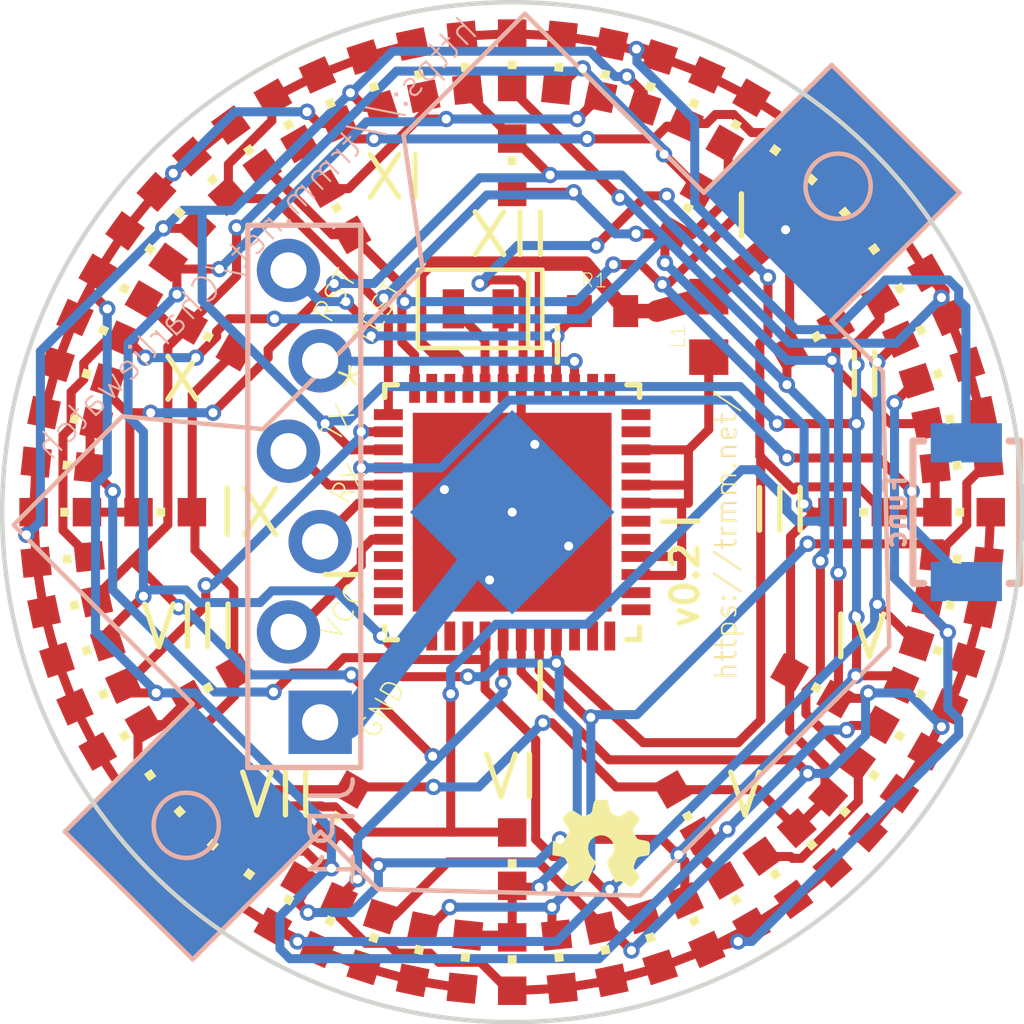
<source format=kicad_pcb>
(kicad_pcb (version 20171130) (host pcbnew 5.0.2-bee76a0~70~ubuntu18.04.1)
  (layers (0 Top signal hide) (31 Bottom signal hide) (34 B.Paste user hide) (35 F.Paste user) (36 B.SilkS user hide) (37 F.SilkS user hide) (38 B.Mask user hide) (39 F.Mask user hide) (44 Edge.Cuts user))
  (net 0 "")
  (net 1 B3)
  (net 2 B2)
  (net 3 B1)
  (net 4 B0)
  (net 5 B4)
  (net 6 B8)
  (net 7 B7)
  (net 8 B6)
  (net 9 B5)
  (net 10 GND)
  (net 11 VCC)
  (net 12 BSL_RST)
  (net 13 BSL_TEST)
  (net 14 BSL_RX)
  (net 15 BSL_TX)
  (net 16 XOUT)
  (net 17 XIN)
  (net 18 AVCC)
  (net 19 RF_XIN)
  (net 20 RF_P)
  (net 21 RF_N)
  (net 22 RF_XOUT)
  (net 23 R_BIAS)
  (net 24 VCORE)
  (net 25 P3.5)
  (net 26 P3.6)
  (net 27 P3.7)
  (net 28 P2.4)
  (net 29 BSL_VCC)
  (net 30 BUTTON)
  (net 31 P2.7)
  (net 32 DVCC_3)
  (module pcb:1X06-BIGLOCK (layer Bottom) (at 142.3416 104.5591 90)
    (fp_text reference JP1 (at -7.6962 1.8288 90) (layer B.SilkS) (effects (font (size 1.2065 1.2065) (thickness 0.127)) (justify left bottom mirror)))
    (fp_text value "")
    (pad 1 thru_hole rect (at -6.35 0.762) (size 1.778 1.778) (drill 1.016) (layers *.Cu *.Mask) (net 10 GND))
    (pad 2 thru_hole circle (at -3.81 -0.127) (size 1.778 1.778) (drill 1.016) (layers *.Cu *.Mask) (net 29 BSL_VCC))
    (pad 3 thru_hole circle (at -1.27 0.762) (size 1.778 1.778) (drill 1.016) (layers *.Cu *.Mask) (net 14 BSL_RX))
    (pad 4 thru_hole circle (at 1.27 -0.127) (size 1.778 1.778) (drill 1.016) (layers *.Cu *.Mask) (net 15 BSL_TX))
    (pad 5 thru_hole circle (at 3.81 0.762) (size 1.778 1.778) (drill 1.016) (layers *.Cu *.Mask) (net 13 BSL_TEST))
    (pad 6 thru_hole circle (at 6.35 -0.127) (size 1.778 1.778) (drill 1.016) (layers *.Cu *.Mask) (net 12 BSL_RST))
  )
  (module CHIPLED_0603 (layer Top) (at 147.172681 92.372182 186)
    (fp_text reference LED0 hide)
    (fp_text value "" hide)
    (pad A smd rect (at 0 0.75 186) (size 0.8 0.8) (layers Top F.Paste F.Mask) (net 4 B0))
    (pad C smd rect (at 0 -0.75 186) (size 0.8 0.8) (layers Top F.Paste F.Mask) (net 3 B1))
  )
  (module CHIPLED_0603 (layer Top) (at 148.5011 92.3036 180)
    (fp_text reference LED1 hide)
    (fp_text value "" hide)
    (pad A smd rect (at 0 0.75 180) (size 0.8 0.8) (layers Top F.Paste F.Mask) (net 4 B0))
    (pad C smd rect (at 0 -0.75 180) (size 0.8 0.8) (layers Top F.Paste F.Mask) (net 2 B2))
  )
  (module CHIPLED_0603 (layer Top) (at 149.829518 117.635019 6)
    (fp_text reference LED25 hide)
    (fp_text value "" hide)
    (pad A smd rect (at 0 0.75 6) (size 0.8 0.8) (layers Top F.Paste F.Mask) (net 1 B3))
    (pad C smd rect (at 0 -0.75 6) (size 0.8 0.8) (layers Top F.Paste F.Mask) (net 3 B1))
  )
  (module CHIPLED_0603 (layer Top) (at 151.1427 117.426741 12)
    (fp_text reference LED26 hide)
    (fp_text value "" hide)
    (pad A smd rect (at 0 0.75 12) (size 0.8 0.8) (layers Top F.Paste F.Mask) (net 1 B3))
    (pad C smd rect (at 0 -0.75 12) (size 0.8 0.8) (layers Top F.Paste F.Mask) (net 2 B2))
  )
  (module CHIPLED_0603 (layer Top) (at 151.1427 92.58046 168)
    (fp_text reference LED3 hide)
    (fp_text value "" hide)
    (pad A smd rect (at 0 0.75 168) (size 0.8 0.8) (layers Top F.Paste F.Mask) (net 4 B0))
    (pad C smd rect (at 0 -0.75 168) (size 0.8 0.8) (layers Top F.Paste F.Mask) (net 5 B4))
  )
  (module CHIPLED_0603 (layer Top) (at 160.103818 99.837241 114)
    (fp_text reference LED11 hide)
    (fp_text value "" hide)
    (pad A smd rect (at 0 0.75 114) (size 0.8 0.8) (layers Top F.Paste F.Mask) (net 3 B1))
    (pad C smd rect (at 0 -0.75 114) (size 0.8 0.8) (layers Top F.Paste F.Mask) (net 5 B4))
  )
  (module CHIPLED_0603 (layer Top) (at 160.5788 108.9279 72)
    (fp_text reference LED19 hide)
    (fp_text value "" hide)
    (pad A smd rect (at 0 0.75 72) (size 0.8 0.8) (layers Top F.Paste F.Mask) (net 2 B2))
    (pad C smd rect (at 0 -0.75 72) (size 0.8 0.8) (layers Top F.Paste F.Mask) (net 5 B4))
  )
  (module CHIPLED_0603 (layer Top) (at 152.4254 117.0813 18)
    (fp_text reference LED27 hide)
    (fp_text value "" hide)
    (pad A smd rect (at 0 0.75 18) (size 0.8 0.8) (layers Top F.Paste F.Mask) (net 1 B3))
    (pad C smd rect (at 0 -0.75 18) (size 0.8 0.8) (layers Top F.Paste F.Mask) (net 5 B4))
  )
  (module CHIPLED_0603 (layer Top) (at 147.172681 117.635019 354)
    (fp_text reference LED32 hide)
    (fp_text value "" hide)
    (pad A smd rect (at 0 0.75 354) (size 0.8 0.8) (layers Top F.Paste F.Mask) (net 5 B4))
    (pad C smd rect (at 0 -0.75 354) (size 0.8 0.8) (layers Top F.Paste F.Mask) (net 4 B0))
  )
  (module CHIPLED_0603 (layer Top) (at 145.8595 117.426741 348)
    (fp_text reference LED33 hide)
    (fp_text value "" hide)
    (pad A smd rect (at 0 0.75 348) (size 0.8 0.8) (layers Top F.Paste F.Mask) (net 5 B4))
    (pad C smd rect (at 0 -0.75 348) (size 0.8 0.8) (layers Top F.Paste F.Mask) (net 3 B1))
  )
  (module CHIPLED_0603 (layer Top) (at 144.5768 117.0813 342)
    (fp_text reference LED34 hide)
    (fp_text value "" hide)
    (pad A smd rect (at 0 0.75 342) (size 0.8 0.8) (layers Top F.Paste F.Mask) (net 5 B4))
    (pad C smd rect (at 0 -0.75 342) (size 0.8 0.8) (layers Top F.Paste F.Mask) (net 2 B2))
  )
  (module CHIPLED_0603 (layer Top) (at 143.33474 116.606319 336)
    (fp_text reference LED35 hide)
    (fp_text value "" hide)
    (pad A smd rect (at 0 0.75 336) (size 0.8 0.8) (layers Top F.Paste F.Mask) (net 5 B4))
    (pad C smd rect (at 0 -0.75 336) (size 0.8 0.8) (layers Top F.Paste F.Mask) (net 1 B3))
  )
  (module CHIPLED_0603 (layer Top) (at 149.829518 92.372182 174)
    (fp_text reference LED2 hide)
    (fp_text value "" hide)
    (pad A smd rect (at 0 0.75 174) (size 0.8 0.8) (layers Top F.Paste F.Mask) (net 4 B0))
    (pad C smd rect (at 0 -0.75 174) (size 0.8 0.8) (layers Top F.Paste F.Mask) (net 1 B3))
  )
  (module CHIPLED_0603 (layer Top) (at 136.077959 102.362 258)
    (fp_text reference LED48 hide)
    (fp_text value "" hide)
    (pad A smd rect (at 0 0.75 258) (size 0.8 0.8) (layers Top F.Paste F.Mask) (net 8 B6))
    (pad C smd rect (at 0 -0.75 258) (size 0.8 0.8) (layers Top F.Paste F.Mask) (net 4 B0))
  )
  (module CHIPLED_0603 (layer Top) (at 148.5011 114.75466 180)
    (fp_text reference LED56 hide)
    (fp_text value "" hide)
    (pad A smd rect (at 0 0.75 180) (size 0.8 0.8) (layers Top F.Paste F.Mask) (net 7 B7))
    (pad C smd rect (at 0 -0.75 180) (size 0.8 0.8) (layers Top F.Paste F.Mask) (net 4 B0))
  )
  (module CHIPLED_0603 (layer Top) (at 158.252159 105.0036 270)
    (fp_text reference LED64 hide)
    (fp_text value "" hide)
    (pad A smd rect (at 0 0.75 270) (size 0.8 0.8) (layers Top F.Paste F.Mask) (net 6 B8))
    (pad C smd rect (at 0 -0.75 270) (size 0.8 0.8) (layers Top F.Paste F.Mask) (net 4 B0))
  )
  (module CHIPLED_0603 (layer Top) (at 135.8011 105.0036 270)
    (fp_text reference LED41 hide)
    (fp_text value "" hide)
    (pad A smd rect (at 0 0.75 270) (size 0.8 0.8) (layers Top F.Paste F.Mask) (net 9 B5))
    (pad C smd rect (at 0 -0.75 270) (size 0.8 0.8) (layers Top F.Paste F.Mask) (net 3 B1))
  )
  (module CHIPLED_0603 (layer Top) (at 148.5011 95.252541)
    (fp_text reference LED57 hide)
    (fp_text value "" hide)
    (pad A smd rect (at 0 0.75) (size 0.8 0.8) (layers Top F.Paste F.Mask) (net 7 B7))
    (pad C smd rect (at 0 -0.75) (size 0.8 0.8) (layers Top F.Paste F.Mask) (net 3 B1))
  )
  (module CHIPLED_0603 (layer Top) (at 138.75004 105.0036 90)
    (fp_text reference LED65 hide)
    (fp_text value "" hide)
    (pad A smd rect (at 0 0.75 90) (size 0.8 0.8) (layers Top F.Paste F.Mask) (net 6 B8))
    (pad C smd rect (at 0 -0.75 90) (size 0.8 0.8) (layers Top F.Paste F.Mask) (net 3 B1))
  )
  (module CHIPLED_0603 (layer Top) (at 135.869681 106.332019 276)
    (fp_text reference LED42 hide)
    (fp_text value "" hide)
    (pad A smd rect (at 0 0.75 276) (size 0.8 0.8) (layers Top F.Paste F.Mask) (net 9 B5))
    (pad C smd rect (at 0 -0.75 276) (size 0.8 0.8) (layers Top F.Paste F.Mask) (net 2 B2))
  )
  (module CHIPLED_0603 (layer Top) (at 136.898381 99.837241 246)
    (fp_text reference LED50 hide)
    (fp_text value "" hide)
    (pad A smd rect (at 0 0.75 246) (size 0.8 0.8) (layers Top F.Paste F.Mask) (net 8 B6))
    (pad C smd rect (at 0 -0.75 246) (size 0.8 0.8) (layers Top F.Paste F.Mask) (net 2 B2))
  )
  (module CHIPLED_0603 (layer Top) (at 156.944059 109.87786 240)
    (fp_text reference LED66 hide)
    (fp_text value "" hide)
    (pad A smd rect (at 0 0.75 240) (size 0.8 0.8) (layers Top F.Paste F.Mask) (net 6 B8))
    (pad C smd rect (at 0 -0.75 240) (size 0.8 0.8) (layers Top F.Paste F.Mask) (net 2 B2))
  )
  (module CHIPLED_0603 (layer Top) (at 136.077959 107.6452 282)
    (fp_text reference LED43 hide)
    (fp_text value "" hide)
    (pad A smd rect (at 0 0.75 282) (size 0.8 0.8) (layers Top F.Paste F.Mask) (net 9 B5))
    (pad C smd rect (at 0 -0.75 282) (size 0.8 0.8) (layers Top F.Paste F.Mask) (net 1 B3))
  )
  (module CHIPLED_0603 (layer Top) (at 161.132518 103.675182 96)
    (fp_text reference LED8 hide)
    (fp_text value "" hide)
    (pad A smd rect (at 0 0.75 96) (size 0.8 0.8) (layers Top F.Paste F.Mask) (net 3 B1))
    (pad C smd rect (at 0 -0.75 96) (size 0.8 0.8) (layers Top F.Paste F.Mask) (net 4 B0))
  )
  (module CHIPLED_0603 (layer Top) (at 137.5029 98.6536 240)
    (fp_text reference LED51 hide)
    (fp_text value "" hide)
    (pad A smd rect (at 0 0.75 240) (size 0.8 0.8) (layers Top F.Paste F.Mask) (net 8 B6))
    (pad C smd rect (at 0 -0.75 240) (size 0.8 0.8) (layers Top F.Paste F.Mask) (net 1 B3))
  )
  (module CHIPLED_0603 (layer Top) (at 153.375359 96.560641 330)
    (fp_text reference LED59 hide)
    (fp_text value "" hide)
    (pad A smd rect (at 0 0.75 330) (size 0.8 0.8) (layers Top F.Paste F.Mask) (net 7 B7))
    (pad C smd rect (at 0 -0.75 330) (size 0.8 0.8) (layers Top F.Paste F.Mask) (net 1 B3))
  )
  (module CHIPLED_0603 (layer Top) (at 136.4234 108.9279 288)
    (fp_text reference LED44 hide)
    (fp_text value "" hide)
    (pad A smd rect (at 0 0.75 288) (size 0.8 0.8) (layers Top F.Paste F.Mask) (net 9 B5))
    (pad C smd rect (at 0 -0.75 288) (size 0.8 0.8) (layers Top F.Paste F.Mask) (net 5 B4))
  )
  (module CHIPLED_0603 (layer Top) (at 138.2268 97.538541 234)
    (fp_text reference LED52 hide)
    (fp_text value "" hide)
    (pad A smd rect (at 0 0.75 234) (size 0.8 0.8) (layers Top F.Paste F.Mask) (net 8 B6))
    (pad C smd rect (at 0 -0.75 234) (size 0.8 0.8) (layers Top F.Paste F.Mask) (net 5 B4))
  )
  (module CHIPLED_0603 (layer Top) (at 145.8595 92.58046 192)
    (fp_text reference LED60 hide)
    (fp_text value "" hide)
    (pad A smd rect (at 0 0.75 192) (size 0.8 0.8) (layers Top F.Paste F.Mask) (net 7 B7))
    (pad C smd rect (at 0 -0.75 192) (size 0.8 0.8) (layers Top F.Paste F.Mask) (net 5 B4))
  )
  (module CHIPLED_0603 (layer Top) (at 143.62684 96.560641 30)
    (fp_text reference LED68 hide)
    (fp_text value "" hide)
    (pad A smd rect (at 0 0.75 30) (size 0.8 0.8) (layers Top F.Paste F.Mask) (net 6 B8))
    (pad C smd rect (at 0 -0.75 30) (size 0.8 0.8) (layers Top F.Paste F.Mask) (net 5 B4))
  )
  (module CHIPLED_0603 (layer Top) (at 160.92424 102.362 102)
    (fp_text reference LED9 hide)
    (fp_text value "" hide)
    (pad A smd rect (at 0 0.75 102) (size 0.8 0.8) (layers Top F.Paste F.Mask) (net 3 B1))
    (pad C smd rect (at 0 -0.75 102) (size 0.8 0.8) (layers Top F.Paste F.Mask) (net 2 B2))
  )
  (module CHIPLED_0603 (layer Top) (at 159.4993 98.6536 120)
    (fp_text reference LED12 hide)
    (fp_text value "" hide)
    (pad A smd rect (at 0 0.75 120) (size 0.8 0.8) (layers Top F.Paste F.Mask) (net 3 B1))
    (pad C smd rect (at 0 -0.75 120) (size 0.8 0.8) (layers Top F.Paste F.Mask) (net 9 B5))
  )
  (module CHIPLED_0603 (layer Top) (at 160.103818 110.16996 66)
    (fp_text reference LED20 hide)
    (fp_text value "" hide)
    (pad A smd rect (at 0 0.75 66) (size 0.8 0.8) (layers Top F.Paste F.Mask) (net 2 B2))
    (pad C smd rect (at 0 -0.75 66) (size 0.8 0.8) (layers Top F.Paste F.Mask) (net 9 B5))
  )
  (module CHIPLED_0603 (layer Top) (at 153.667459 116.606319 24)
    (fp_text reference LED28 hide)
    (fp_text value "" hide)
    (pad A smd rect (at 0 0.75 24) (size 0.8 0.8) (layers Top F.Paste F.Mask) (net 1 B3))
    (pad C smd rect (at 0 -0.75 24) (size 0.8 0.8) (layers Top F.Paste F.Mask) (net 9 B5))
  )
  (module CHIPLED_0603 (layer Top) (at 153.667459 93.400882 156)
    (fp_text reference LED5 hide)
    (fp_text value "" hide)
    (pad A smd rect (at 0 0.75 156) (size 0.8 0.8) (layers Top F.Paste F.Mask) (net 4 B0))
    (pad C smd rect (at 0 -0.75 156) (size 0.8 0.8) (layers Top F.Paste F.Mask) (net 8 B6))
  )
  (module CHIPLED_0603 (layer Top) (at 159.4993 111.3536 60)
    (fp_text reference LED21 hide)
    (fp_text value "" hide)
    (pad A smd rect (at 0 0.75 60) (size 0.8 0.8) (layers Top F.Paste F.Mask) (net 2 B2))
    (pad C smd rect (at 0 -0.75 60) (size 0.8 0.8) (layers Top F.Paste F.Mask) (net 8 B6))
  )
  (module CHIPLED_0603 (layer Top) (at 154.8511 116.0018 30)
    (fp_text reference LED29 hide)
    (fp_text value "" hide)
    (pad A smd rect (at 0 0.75 30) (size 0.8 0.8) (layers Top F.Paste F.Mask) (net 1 B3))
    (pad C smd rect (at 0 -0.75 30) (size 0.8 0.8) (layers Top F.Paste F.Mask) (net 8 B6))
  )
  (module CHIPLED_0603 (layer Top) (at 154.8511 94.0054 150)
    (fp_text reference LED6 hide)
    (fp_text value "" hide)
    (pad A smd rect (at 0 0.75 150) (size 0.8 0.8) (layers Top F.Paste F.Mask) (net 4 B0))
    (pad C smd rect (at 0 -0.75 150) (size 0.8 0.8) (layers Top F.Paste F.Mask) (net 7 B7))
  )
  (module CHIPLED_0603 (layer Top) (at 157.93974 96.50476 132)
    (fp_text reference LED14 hide)
    (fp_text value "" hide)
    (pad A smd rect (at 0 0.75 132) (size 0.8 0.8) (layers Top F.Paste F.Mask) (net 3 B1))
    (pad C smd rect (at 0 -0.75 132) (size 0.8 0.8) (layers Top F.Paste F.Mask) (net 7 B7))
  )
  (module CHIPLED_0603 (layer Top) (at 155.966159 115.2779 36)
    (fp_text reference LED30 hide)
    (fp_text value "" hide)
    (pad A smd rect (at 0 0.75 36) (size 0.8 0.8) (layers Top F.Paste F.Mask) (net 1 B3))
    (pad C smd rect (at 0 -0.75 36) (size 0.8 0.8) (layers Top F.Paste F.Mask) (net 7 B7))
  )
  (module CHIPLED_0603 (layer Top) (at 155.966159 94.7293 144)
    (fp_text reference LED7 hide)
    (fp_text value "" hide)
    (pad A smd rect (at 0 0.75 144) (size 0.8 0.8) (layers Top F.Paste F.Mask) (net 4 B0))
    (pad C smd rect (at 0 -0.75 144) (size 0.8 0.8) (layers Top F.Paste F.Mask) (net 6 B8))
  )
  (module CHIPLED_0603 (layer Top) (at 160.5788 101.0793 108)
    (fp_text reference LED10 hide)
    (fp_text value "" hide)
    (pad A smd rect (at 0 0.75 108) (size 0.8 0.8) (layers Top F.Paste F.Mask) (net 3 B1))
    (pad C smd rect (at 0 -0.75 108) (size 0.8 0.8) (layers Top F.Paste F.Mask) (net 1 B3))
  )
  (module CHIPLED_0603 (layer Top) (at 156.99994 95.56496 138)
    (fp_text reference LED15 hide)
    (fp_text value "" hide)
    (pad A smd rect (at 0 0.75 138) (size 0.8 0.8) (layers Top F.Paste F.Mask) (net 3 B1))
    (pad C smd rect (at 0 -0.75 138) (size 0.8 0.8) (layers Top F.Paste F.Mask) (net 6 B8))
  )
  (module CHIPLED_0603 (layer Top) (at 157.93974 113.502441 48)
    (fp_text reference LED23 hide)
    (fp_text value "" hide)
    (pad A smd rect (at 0 0.75 48) (size 0.8 0.8) (layers Top F.Paste F.Mask) (net 2 B2))
    (pad C smd rect (at 0 -0.75 48) (size 0.8 0.8) (layers Top F.Paste F.Mask) (net 6 B8))
  )
  (module CHIPLED_0603 (layer Top) (at 142.1511 116.0018 330)
    (fp_text reference LED36 hide)
    (fp_text value "" hide)
    (pad A smd rect (at 0 0.75 330) (size 0.8 0.8) (layers Top F.Paste F.Mask) (net 5 B4))
    (pad C smd rect (at 0 -0.75 330) (size 0.8 0.8) (layers Top F.Paste F.Mask) (net 9 B5))
  )
  (module CHIPLED_0603 (layer Top) (at 141.03604 115.2779 324)
    (fp_text reference LED37 hide)
    (fp_text value "" hide)
    (pad A smd rect (at 0 0.75 324) (size 0.8 0.8) (layers Top F.Paste F.Mask) (net 5 B4))
    (pad C smd rect (at 0 -0.75 324) (size 0.8 0.8) (layers Top F.Paste F.Mask) (net 8 B6))
  )
  (module CHIPLED_0603 (layer Top) (at 140.002259 114.442241 318)
    (fp_text reference LED38 hide)
    (fp_text value "" hide)
    (pad A smd rect (at 0 0.75 318) (size 0.8 0.8) (layers Top F.Paste F.Mask) (net 5 B4))
    (pad C smd rect (at 0 -0.75 318) (size 0.8 0.8) (layers Top F.Paste F.Mask) (net 7 B7))
  )
  (module CHIPLED_0603 (layer Top) (at 139.062459 113.502441 312)
    (fp_text reference LED39 hide)
    (fp_text value "")
    (pad A smd rect (at 0 0.75 312) (size 0.8 0.8) (layers Top F.Paste F.Mask) (net 5 B4))
    (pad C smd rect (at 0 -0.75 312) (size 0.8 0.8) (layers Top F.Paste F.Mask) (net 6 B8))
  )
  (module CHIPLED_0603 (layer Top) (at 161.2011 105.0036 90)
    (fp_text reference LED16 hide)
    (fp_text value "" hide)
    (pad A smd rect (at 0 0.75 90) (size 0.8 0.8) (layers Top F.Paste F.Mask) (net 2 B2))
    (pad C smd rect (at 0 -0.75 90) (size 0.8 0.8) (layers Top F.Paste F.Mask) (net 4 B0))
  )
  (module CHIPLED_0603 (layer Top) (at 139.062459 96.50476 228)
    (fp_text reference LED53 hide)
    (fp_text value "" hide)
    (pad A smd rect (at 0 0.75 228) (size 0.8 0.8) (layers Top F.Paste F.Mask) (net 8 B6))
    (pad C smd rect (at 0 -0.75 228) (size 0.8 0.8) (layers Top F.Paste F.Mask) (net 9 B5))
  )
  (module CHIPLED_0603 (layer Top) (at 144.5768 92.9259 198)
    (fp_text reference LED61 hide)
    (fp_text value "" hide)
    (pad A smd rect (at 0 0.75 198) (size 0.8 0.8) (layers Top F.Paste F.Mask) (net 7 B7))
    (pad C smd rect (at 0 -0.75 198) (size 0.8 0.8) (layers Top F.Paste F.Mask) (net 9 B5))
  )
  (module CHIPLED_0603 (layer Top) (at 143.62684 113.44656 150)
    (fp_text reference LED69 hide)
    (fp_text value "" hide)
    (pad A smd rect (at 0 0.75 150) (size 0.8 0.8) (layers Top F.Paste F.Mask) (net 6 B8))
    (pad C smd rect (at 0 -0.75 150) (size 0.8 0.8) (layers Top F.Paste F.Mask) (net 9 B5))
  )
  (module CHIPLED_0603 (layer Top) (at 136.898381 110.16996 294)
    (fp_text reference LED45 hide)
    (fp_text value "" hide)
    (pad A smd rect (at 0 0.75 294) (size 0.8 0.8) (layers Top F.Paste F.Mask) (net 9 B5))
    (pad C smd rect (at 0 -0.75 294) (size 0.8 0.8) (layers Top F.Paste F.Mask) (net 8 B6))
  )
  (module CHIPLED_0603 (layer Top) (at 143.33474 93.400882 204)
    (fp_text reference LED62 hide)
    (fp_text value "" hide)
    (pad A smd rect (at 0 0.75 204) (size 0.8 0.8) (layers Top F.Paste F.Mask) (net 7 B7))
    (pad C smd rect (at 0 -0.75 204) (size 0.8 0.8) (layers Top F.Paste F.Mask) (net 8 B6))
  )
  (module CHIPLED_0603 (layer Top) (at 153.375359 113.44656 210)
    (fp_text reference LED70 hide)
    (fp_text value "" hide)
    (pad A smd rect (at 0 0.75 210) (size 0.8 0.8) (layers Top F.Paste F.Mask) (net 6 B8))
    (pad C smd rect (at 0 -0.75 210) (size 0.8 0.8) (layers Top F.Paste F.Mask) (net 8 B6))
  )
  (module CHIPLED_0603 (layer Top) (at 137.5029 111.3536 300)
    (fp_text reference LED46 hide)
    (fp_text value "" hide)
    (pad A smd rect (at 0 0.75 300) (size 0.8 0.8) (layers Top F.Paste F.Mask) (net 9 B5))
    (pad C smd rect (at 0 -0.75 300) (size 0.8 0.8) (layers Top F.Paste F.Mask) (net 7 B7))
  )
  (module CHIPLED_0603 (layer Top) (at 140.002259 95.56496 222)
    (fp_text reference LED54 hide)
    (fp_text value "" hide)
    (pad A smd rect (at 0 0.75 222) (size 0.8 0.8) (layers Top F.Paste F.Mask) (net 8 B6))
    (pad C smd rect (at 0 -0.75 222) (size 0.8 0.8) (layers Top F.Paste F.Mask) (net 7 B7))
  )
  (module CHIPLED_0603 (layer Top) (at 140.05814 109.87786 120)
    (fp_text reference LED71 hide)
    (fp_text value "" hide)
    (pad A smd rect (at 0 0.75 120) (size 0.8 0.8) (layers Top F.Paste F.Mask) (net 6 B8))
    (pad C smd rect (at 0 -0.75 120) (size 0.8 0.8) (layers Top F.Paste F.Mask) (net 7 B7))
  )
  (module CHIPLED_0603 (layer Top) (at 138.2268 112.46866 306)
    (fp_text reference LED47 hide)
    (fp_text value "" hide)
    (pad A smd rect (at 0 0.75 306) (size 0.8 0.8) (layers Top F.Paste F.Mask) (net 9 B5))
    (pad C smd rect (at 0 -0.75 306) (size 0.8 0.8) (layers Top F.Paste F.Mask) (net 6 B8))
  )
  (module CHIPLED_0603 (layer Top) (at 161.132518 106.332019 84)
    (fp_text reference LED17 hide)
    (fp_text value "" hide)
    (pad A smd rect (at 0 0.75 84) (size 0.8 0.8) (layers Top F.Paste F.Mask) (net 2 B2))
    (pad C smd rect (at 0 -0.75 84) (size 0.8 0.8) (layers Top F.Paste F.Mask) (net 3 B1))
  )
  (module CHIPLED_0603 (layer Top) (at 141.03604 94.7293 216)
    (fp_text reference LED55 hide)
    (fp_text value "" hide)
    (pad A smd rect (at 0 0.75 216) (size 0.8 0.8) (layers Top F.Paste F.Mask) (net 8 B6))
    (pad C smd rect (at 0 -0.75 216) (size 0.8 0.8) (layers Top F.Paste F.Mask) (net 6 B8))
  )
  (module CHIPLED_0603 (layer Top) (at 142.1511 94.0054 210)
    (fp_text reference LED63 hide)
    (fp_text value "" hide)
    (pad A smd rect (at 0 0.75 210) (size 0.8 0.8) (layers Top F.Paste F.Mask) (net 7 B7))
    (pad C smd rect (at 0 -0.75 210) (size 0.8 0.8) (layers Top F.Paste F.Mask) (net 6 B8))
  )
  (module CHIPLED_0603 (layer Top) (at 160.92424 107.6452 78)
    (fp_text reference LED18 hide)
    (fp_text value "" hide)
    (pad A smd rect (at 0 0.75 78) (size 0.8 0.8) (layers Top F.Paste F.Mask) (net 2 B2))
    (pad C smd rect (at 0 -0.75 78) (size 0.8 0.8) (layers Top F.Paste F.Mask) (net 1 B3))
  )
  (module CHIPLED_0603 (layer Top) (at 152.4254 92.9259 162)
    (fp_text reference LED4 hide)
    (fp_text value "" hide)
    (pad A smd rect (at 0 0.75 162) (size 0.8 0.8) (layers Top F.Paste F.Mask) (net 4 B0))
    (pad C smd rect (at 0 -0.75 162) (size 0.8 0.8) (layers Top F.Paste F.Mask) (net 9 B5))
  )
  (module CHIPLED_0603 (layer Top) (at 158.7754 97.538541 126)
    (fp_text reference LED13 hide)
    (fp_text value "" hide)
    (pad A smd rect (at 0 0.75 126) (size 0.8 0.8) (layers Top F.Paste F.Mask) (net 3 B1))
    (pad C smd rect (at 0 -0.75 126) (size 0.8 0.8) (layers Top F.Paste F.Mask) (net 8 B6))
  )
  (module CHIPLED_0603 (layer Top) (at 158.7754 112.46866 54)
    (fp_text reference LED22 hide)
    (fp_text value "" hide)
    (pad A smd rect (at 0 0.75 54) (size 0.8 0.8) (layers Top F.Paste F.Mask) (net 2 B2))
    (pad C smd rect (at 0 -0.75 54) (size 0.8 0.8) (layers Top F.Paste F.Mask) (net 7 B7))
  )
  (module CHIPLED_0603 (layer Top) (at 156.99994 114.442241 42)
    (fp_text reference LED31 hide)
    (fp_text value "" hide)
    (pad A smd rect (at 0 0.75 42) (size 0.8 0.8) (layers Top F.Paste F.Mask) (net 1 B3))
    (pad C smd rect (at 0 -0.75 42) (size 0.8 0.8) (layers Top F.Paste F.Mask) (net 6 B8))
  )
  (module CHIPLED_0603 (layer Top) (at 135.869681 103.675182 264)
    (fp_text reference LED40 hide)
    (fp_text value "" hide)
    (pad A smd rect (at 0 0.75 264) (size 0.8 0.8) (layers Top F.Paste F.Mask) (net 9 B5))
    (pad C smd rect (at 0 -0.75 264) (size 0.8 0.8) (layers Top F.Paste F.Mask) (net 4 B0))
  )
  (module CHIPLED_0603 (layer Top) (at 136.4234 101.0793 252)
    (fp_text reference LED49 hide)
    (fp_text value "" hide)
    (pad A smd rect (at 0 0.75 252) (size 0.8 0.8) (layers Top F.Paste F.Mask) (net 8 B6))
    (pad C smd rect (at 0 -0.75 252) (size 0.8 0.8) (layers Top F.Paste F.Mask) (net 3 B1))
  )
  (module CHIPLED_0603 (layer Top) (at 156.944059 100.129341 300)
    (fp_text reference LED58 hide)
    (fp_text value "" hide)
    (pad A smd rect (at 0 0.75 300) (size 0.8 0.8) (layers Top F.Paste F.Mask) (net 7 B7))
    (pad C smd rect (at 0 -0.75 300) (size 0.8 0.8) (layers Top F.Paste F.Mask) (net 2 B2))
  )
  (module CHIPLED_0603 (layer Top) (at 140.05814 100.129341 60)
    (fp_text reference LED67 hide)
    (fp_text value "" hide)
    (pad A smd rect (at 0 0.75 60) (size 0.8 0.8) (layers Top F.Paste F.Mask) (net 6 B8))
    (pad C smd rect (at 0 -0.75 60) (size 0.8 0.8) (layers Top F.Paste F.Mask) (net 1 B3))
  )
  (module CHIPLED_0603 (layer Top) (at 148.5011 117.7036)
    (fp_text reference LED24 hide)
    (fp_text value "" hide)
    (pad A smd rect (at 0 0.75) (size 0.8 0.8) (layers Top F.Paste F.Mask) (net 1 B3))
    (pad C smd rect (at 0 -0.75) (size 0.8 0.8) (layers Top F.Paste F.Mask) (net 4 B0))
  )
  (module 2.0X1.2-2PAD (layer Top) (at 147.5486 99.2886 180)
    (fp_text reference X1 hide)
    (fp_text value CRYSTALS-NOGND-IQXC-25 hide)
    (pad 2 smd rect (at 0.7 0 180) (size 0.6 1.1) (layers Top F.Paste F.Mask) (net 17 XIN))
    (pad 1 smd rect (at -0.7 0 180) (size 0.6 1.1) (layers Top F.Paste F.Mask) (net 16 XOUT))
  )
  (module QFN50P700X700X100-49N (layer Top) (at 148.5011 105.0036)
    (fp_text reference U2 hide)
    (fp_text value CC430F5137IRGZR hide)
    (fp_text user * (at -5.08 -2.7432) (layer F.SilkS) (effects (font (size 1.2065 1.2065) (thickness 0.0762)) (justify left bottom)))
    (pad 49 smd rect (at 0 0) (size 5.588 5.588) (layers Top F.Paste F.Mask) (net 10 GND))
    (pad 48 smd rect (at -2.7432 -3.4798 180) (size 0.3048 0.8128) (layers Top F.Paste F.Mask) (net 6 B8))
    (pad 47 smd rect (at -2.2606 -3.4798 180) (size 0.3048 0.8128) (layers Top F.Paste F.Mask) (net 28 P2.4))
    (pad 46 smd rect (at -1.7526 -3.4798 180) (size 0.3048 0.8128) (layers Top F.Paste F.Mask))
    (pad 45 smd rect (at -1.2446 -3.4798 180) (size 0.3048 0.8128) (layers Top F.Paste F.Mask) (net 11 VCC))
    (pad 44 smd rect (at -0.762 -3.4798 180) (size 0.3048 0.8128) (layers Top F.Paste F.Mask) (net 17 XIN))
    (pad 43 smd rect (at -0.254 -3.4798 180) (size 0.3048 0.8128) (layers Top F.Paste F.Mask) (net 16 XOUT))
    (pad 42 smd rect (at 0.254 -3.4798 180) (size 0.3048 0.8128) (layers Top F.Paste F.Mask) (net 10 GND))
    (pad 41 smd rect (at 0.762 -3.4798 180) (size 0.3048 0.8128) (layers Top F.Paste F.Mask) (net 11 VCC))
    (pad 40 smd rect (at 1.2446 -3.4798 180) (size 0.3048 0.8128) (layers Top F.Paste F.Mask) (net 12 BSL_RST))
    (pad 39 smd rect (at 1.7526 -3.4798 180) (size 0.3048 0.8128) (layers Top F.Paste F.Mask) (net 13 BSL_TEST))
    (pad 38 smd rect (at 2.2606 -3.4798 180) (size 0.3048 0.8128) (layers Top F.Paste F.Mask))
    (pad 37 smd rect (at 2.7432 -3.4798 180) (size 0.3048 0.8128) (layers Top F.Paste F.Mask))
    (pad 36 smd rect (at 3.4798 -2.7432 270) (size 0.3048 0.8128) (layers Top F.Paste F.Mask))
    (pad 35 smd rect (at 3.4798 -2.2606 270) (size 0.3048 0.8128) (layers Top F.Paste F.Mask))
    (pad 34 smd rect (at 3.4798 -1.7526 270) (size 0.3048 0.8128) (layers Top F.Paste F.Mask) (net 18 AVCC))
    (pad 33 smd rect (at 3.4798 -1.2446 270) (size 0.3048 0.8128) (layers Top F.Paste F.Mask) (net 23 R_BIAS))
    (pad 32 smd rect (at 3.4798 -0.762 270) (size 0.3048 0.8128) (layers Top F.Paste F.Mask) (net 18 AVCC))
    (pad 31 smd rect (at 3.4798 -0.254 270) (size 0.3048 0.8128) (layers Top F.Paste F.Mask) (net 18 AVCC))
    (pad 30 smd rect (at 3.4798 0.254 270) (size 0.3048 0.8128) (layers Top F.Paste F.Mask) (net 21 RF_N))
    (pad 29 smd rect (at 3.4798 0.762 270) (size 0.3048 0.8128) (layers Top F.Paste F.Mask) (net 20 RF_P))
    (pad 28 smd rect (at 3.4798 1.2446 270) (size 0.3048 0.8128) (layers Top F.Paste F.Mask) (net 18 AVCC))
    (pad 27 smd rect (at 3.4798 1.7526 270) (size 0.3048 0.8128) (layers Top F.Paste F.Mask) (net 18 AVCC))
    (pad 26 smd rect (at 3.4798 2.2606 270) (size 0.3048 0.8128) (layers Top F.Paste F.Mask) (net 22 RF_XOUT))
    (pad 25 smd rect (at 3.4798 2.7432 270) (size 0.3048 0.8128) (layers Top F.Paste F.Mask) (net 19 RF_XIN))
    (pad 24 smd rect (at 2.7432 3.4798 180) (size 0.3048 0.8128) (layers Top F.Paste F.Mask))
    (pad 23 smd rect (at 2.2606 3.4798 180) (size 0.3048 0.8128) (layers Top F.Paste F.Mask) (net 31 P2.7))
    (pad 22 smd rect (at 1.7526 3.4798 180) (size 0.3048 0.8128) (layers Top F.Paste F.Mask) (net 32 DVCC_3))
    (pad 21 smd rect (at 1.2446 3.4798 180) (size 0.3048 0.8128) (layers Top F.Paste F.Mask) (net 4 B0))
    (pad 20 smd rect (at 0.762 3.4798 180) (size 0.3048 0.8128) (layers Top F.Paste F.Mask) (net 3 B1))
    (pad 19 smd rect (at 0.254 3.4798 180) (size 0.3048 0.8128) (layers Top F.Paste F.Mask) (net 2 B2))
    (pad 18 smd rect (at -0.254 3.4798 180) (size 0.3048 0.8128) (layers Top F.Paste F.Mask) (net 1 B3))
    (pad 17 smd rect (at -0.762 3.4798 180) (size 0.3048 0.8128) (layers Top F.Paste F.Mask) (net 5 B4))
    (pad 16 smd rect (at -1.2446 3.4798 180) (size 0.3048 0.8128) (layers Top F.Paste F.Mask) (net 25 P3.5))
    (pad 15 smd rect (at -1.7526 3.4798 180) (size 0.3048 0.8128) (layers Top F.Paste F.Mask) (net 26 P3.6))
    (pad 14 smd rect (at -2.2606 3.4798 180) (size 0.3048 0.8128) (layers Top F.Paste F.Mask) (net 27 P3.7))
    (pad 13 smd rect (at -2.7432 3.4798 180) (size 0.3048 0.8128) (layers Top F.Paste F.Mask))
    (pad 12 smd rect (at -3.4798 2.7432 270) (size 0.3048 0.8128) (layers Top F.Paste F.Mask))
    (pad 11 smd rect (at -3.4798 2.2606 270) (size 0.3048 0.8128) (layers Top F.Paste F.Mask))
    (pad 10 smd rect (at -3.4798 1.7526 270) (size 0.3048 0.8128) (layers Top F.Paste F.Mask))
    (pad 9 smd rect (at -3.4798 1.2446 270) (size 0.3048 0.8128) (layers Top F.Paste F.Mask))
    (pad 8 smd rect (at -3.4798 0.762 270) (size 0.3048 0.8128) (layers Top F.Paste F.Mask) (net 29 BSL_VCC))
    (pad 7 smd rect (at -3.4798 0.254 270) (size 0.3048 0.8128) (layers Top F.Paste F.Mask) (net 24 VCORE))
    (pad 6 smd rect (at -3.4798 -0.254 270) (size 0.3048 0.8128) (layers Top F.Paste F.Mask) (net 14 BSL_RX))
    (pad 5 smd rect (at -3.4798 -0.762 270) (size 0.3048 0.8128) (layers Top F.Paste F.Mask) (net 15 BSL_TX))
    (pad 4 smd rect (at -3.4798 -1.2446 270) (size 0.3048 0.8128) (layers Top F.Paste F.Mask) (net 30 BUTTON))
    (pad 3 smd rect (at -3.4798 -1.7526 270) (size 0.3048 0.8128) (layers Top F.Paste F.Mask) (net 9 B5))
    (pad 2 smd rect (at -3.4798 -2.2606 270) (size 0.3048 0.8128) (layers Top F.Paste F.Mask) (net 8 B6))
    (pad 1 smd rect (at -3.4798 -2.7432 270) (size 0.3048 0.8128) (layers Top F.Paste F.Mask) (net 7 B7))
  )
  (module R0402 (layer Top) (at 151.0411 99.3521)
    (fp_text reference R1 (at -0.635 -0.635) (layer F.SilkS) (effects (font (size 0.38608 0.38608) (thickness 0.030886)) (justify left bottom)))
    (fp_text value 75k)
    (pad 2 smd rect (at 0.65 0) (size 0.7 0.9) (layers Top F.Paste F.Mask) (net 11 VCC))
    (pad 1 smd rect (at -0.65 0) (size 0.7 0.9) (layers Top F.Paste F.Mask) (net 12 BSL_RST))
  )
  (module R0603 (layer Top) (at 154.0256 99.7966 90)
    (fp_text reference L1 (at -0.635 -0.635 90) (layer F.SilkS) (effects (font (size 0.38608 0.38608) (thickness 0.030886)) (justify left bottom)))
    (fp_text value "")
    (pad 2 smd rect (at 0.85 0 90) (size 1 1.1) (layers Top F.Paste F.Mask) (net 11 VCC))
    (pad 1 smd rect (at -0.85 0 90) (size 1 1.1) (layers Top F.Paste F.Mask) (net 18 AVCC))
  )
  (module CR2032-SMD (layer Bottom) (at 148.5011 105.0036 225)
    (fp_text reference U$1 hide)
    (fp_text value "")
    (pad +$2 smd rect (at 12.7 0 225) (size 5.08 5.08) (layers Bottom B.Paste B.Mask))
    (pad +$1 smd rect (at -12.7 0 225) (size 5.08 5.08) (layers Bottom B.Paste B.Mask) (net 11 VCC))
    (pad - smd rect (at 0 0 225) (size 4.064 4.064) (layers Bottom B.Paste B.Mask) (net 10 GND))
  )
  (module TP10SQ (layer Top) (at 143.0401 110.9091)
    (fp_text reference TP1 hide)
    (fp_text value PTR1TP10SQ)
    (pad TP smd rect (at 0 0) (size 1 1) (layers Top F.Mask) (net 10 GND))
  )
  (module TP10R (layer Top) (at 142.4051 108.3691)
    (fp_text reference TP2 hide)
    (fp_text value PTR1TP10R)
    (pad TP smd roundrect (at 0 0) (size 1 1) (layers Top F.Mask) (roundrect_rratio 0.5) (net 29 BSL_VCC))
  )
  (module TP10R (layer Top) (at 143.0401 105.8291)
    (fp_text reference TP3 hide)
    (fp_text value PTR1TP10R)
    (pad TP smd roundrect (at 0 0) (size 1 1) (layers Top F.Mask) (roundrect_rratio 0.5) (net 14 BSL_RX))
  )
  (module TP10R (layer Top) (at 142.4051 103.2891)
    (fp_text reference TP4 hide)
    (fp_text value PTR1TP10R)
    (pad TP smd roundrect (at 0 0) (size 1 1) (layers Top F.Mask) (roundrect_rratio 0.5) (net 15 BSL_TX))
  )
  (module TP10R (layer Top) (at 143.0401 100.7491)
    (fp_text reference TP5 hide)
    (fp_text value PTR1TP10R)
    (pad TP smd roundrect (at 0 0) (size 1 1) (layers Top F.Mask) (roundrect_rratio 0.5) (net 13 BSL_TEST))
  )
  (module TP10R (layer Top) (at 142.4051 98.2091)
    (fp_text reference TP6 hide)
    (fp_text value PTR1TP10R)
    (pad TP smd roundrect (at 0 0) (size 1 1) (layers Top F.Mask) (roundrect_rratio 0.5) (net 12 BSL_RST))
  )
  (module TACTILE_SWITCH_SMD_RIGHT_ANGLE (layer Bottom) (at 161.2646 105.0036 270)
    (fp_text reference S2 hide)
    (fp_text value MOMENTARY-SWITCH-SPST-SMD-RIGHT-ANGLE hide)
    (fp_text user Func (at 0 1.651 270) (layer B.SilkS) (effects (font (size 0.57912 0.57912) (thickness 0.12192)) (justify bottom mirror)))
    (pad 2 smd rect (at 1.95 0 180) (size 2 1.1) (layers Bottom B.Paste B.Mask) (net 30 BUTTON))
    (pad 1 smd rect (at -1.95 0 180) (size 2 1.1) (layers Bottom B.Paste B.Mask) (net 10 GND))
  )
  (module pcb:oshw_xxsml (layer Top) (at 151.003 114.3)
    (fp_text reference G*** hide)
    (fp_text value LOGO hide)
  )
  (gr_text XII (at 147.193 97.917) (layer F.SilkS) (effects (font (size 1.2 1.2)) (justify left bottom)))
  (gr_text VI (at 147.574 113.157) (layer F.SilkS) (effects (font (size 1.2 1.2)) (justify left bottom)))
  (gr_circle (center 148.5011 105.0036) (end 162.831781 105.0036) (layer Edge.Cuts) (width 0.127))
  (gr_text https://trmm.net/Charliewatch (at 147.6756 91.5416 -315) (layer B.SilkS) (effects (font (size 0.7239 0.7239) (thickness 0.06096)) (justify left bottom mirror)))
  (gr_text I (at 154.559 97.409) (layer F.SilkS) (effects (font (size 1.2 1.2)) (justify left bottom)))
  (gr_text II (at 157.734 101.854) (layer F.SilkS) (effects (font (size 1.2 1.2)) (justify left bottom)))
  (gr_text III (at 155.067 105.664) (layer F.SilkS) (effects (font (size 1.2 1.2)) (justify left bottom)))
  (gr_text IV (at 157.353 109.22) (layer F.SilkS) (effects (font (size 1.2 1.2)) (justify left bottom)))
  (gr_text V (at 154.432 113.665) (layer F.SilkS) (effects (font (size 1.2 1.2)) (justify left bottom)))
  (gr_text VII (at 140.716 113.665) (layer F.SilkS) (effects (font (size 1.2 1.2)) (justify left bottom)))
  (gr_text VIII (at 137.9601 108.9406) (layer F.SilkS) (effects (font (size 1.2 1.2)) (justify left bottom)))
  (gr_text IX (at 140.081 105.791) (layer F.SilkS) (effects (font (size 1.3 1.3)) (justify left bottom)))
  (gr_text X (at 138.557 101.981) (layer F.SilkS) (effects (font (size 1.2 1.2)) (justify left bottom)))
  (gr_text XI (at 144.2466 96.3041) (layer F.SilkS) (effects (font (size 1.2 1.2)) (justify left bottom)))
  (gr_text GND (at 145.0086 109.5756 60) (layer F.SilkS) (effects (font (size 0.57912 0.57912) (thickness 0.048768)) (justify right top)))
  (gr_text TEST (at 144.526 100.457 60) (layer F.SilkS) (effects (font (size 0.57912 0.57912) (thickness 0.048768)) (justify left bottom)))
  (gr_text VCC (at 143.637 108.712 60) (layer F.SilkS) (effects (font (size 0.57912 0.57912) (thickness 0.048768)) (justify left bottom)))
  (gr_text RX (at 143.891 104.902 60) (layer F.SilkS) (effects (font (size 0.57912 0.57912) (thickness 0.048768)) (justify left bottom)))
  (gr_text TX (at 143.637 103.124 60) (layer F.SilkS) (effects (font (size 0.57912 0.57912) (thickness 0.048768)) (justify left bottom)))
  (gr_text RST (at 143.637 98.044 60) (layer F.SilkS) (effects (font (size 0.57912 0.57912) (thickness 0.048768)) (justify right top)))
  (gr_text v0.2 (at 153.797 108.331 90) (layer F.SilkS) (effects (font (size 0.75 0.75)) (justify left bottom)))
  (gr_text https://trmm.net/ (at 154.8511 109.7661 90) (layer Top) (effects (font (size 0.57912 0.57912) (thickness 0.048768)) (justify left bottom)))
  (gr_text https://trmm.net/ (at 154.8511 109.7661 90) (layer F.SilkS) (effects (font (size 0.57912 0.57912) (thickness 0.048768)) (justify left bottom)))
  (segment (start 152.657162 117.794594) (end 151.298631 118.160354) (width 0.254) (layer Top) (net 1))
  (segment (start 151.298631 118.160354) (end 149.907912 118.380913) (width 0.254) (layer Top) (net 1))
  (segment (start 149.907912 118.380913) (end 148.5011 118.4536) (width 0.254) (layer Top) (net 1))
  (segment (start 153.972509 117.291479) (end 152.657162 117.794594) (width 0.254) (layer Top) (net 1))
  (segment (start 157.501787 114.9996) (end 156.406996 115.884666) (width 0.254) (layer Top) (net 1))
  (segment (start 156.406996 115.884666) (end 155.2261 116.651322) (width 0.254) (layer Top) (net 1))
  (segment (start 155.2261 116.651322) (end 153.972509 117.291479) (width 0.254) (layer Top) (net 1))
  (via (at 154.8511 117.0686) (size 0.4572) (drill 0.254) (layers Top Bottom) (net 1))
  (segment (start 154.8511 117.0686) (end 153.972509 117.291479) (width 0.254) (layer Top) (net 1))
  (segment (start 152.7683 94.9452) (end 153.7335 95.9104) (width 0.254) (layer Top) (net 1))
  (segment (start 152.7683 94.8182) (end 152.7683 94.9452) (width 0.254) (layer Bottom) (net 1))
  (segment (start 150.4823 92.5322) (end 152.7683 94.8182) (width 0.254) (layer Bottom) (net 1))
  (segment (start 150.3553 92.5322) (end 150.4823 92.5322) (width 0.254) (layer Top) (net 1))
  (segment (start 149.7711 93.1164) (end 150.3553 92.5322) (width 0.254) (layer Top) (net 1))
  (segment (start 153.7335 95.9104) (end 153.750359 95.911122) (width 0.254) (layer Top) (net 1))
  (segment (start 149.7711 93.1164) (end 149.751121 93.118075) (width 0.254) (layer Top) (net 1))
  (segment (start 136.8171 107.3658) (end 136.8171 107.4674) (width 0.254) (layer Top) (net 1))
  (segment (start 138.8237 105.3592) (end 137.8204 106.3625) (width 0.254) (layer Top) (net 1))
  (segment (start 137.8204 106.3625) (end 136.8171 107.3658) (width 0.254) (layer Top) (net 1))
  (segment (start 138.8237 100.3554) (end 138.8237 105.3592) (width 0.254) (layer Top) (net 1))
  (segment (start 139.4079 99.7712) (end 138.8237 100.3554) (width 0.254) (layer Top) (net 1))
  (segment (start 136.8171 107.4674) (end 136.811568 107.489269) (width 0.254) (layer Top) (net 1))
  (segment (start 139.4079 99.7712) (end 139.408618 99.754341) (width 0.254) (layer Top) (net 1))
  (segment (start 139.0777 99.949) (end 138.1633 99.0346) (width 0.254) (layer Top) (net 1))
  (segment (start 138.1633 99.0346) (end 138.152418 99.0286) (width 0.254) (layer Top) (net 1))
  (segment (start 139.0777 99.949) (end 139.408618 99.754341) (width 0.254) (layer Top) (net 1))
  (segment (start 145.2499 92.6084) (end 150.3807 92.6084) (width 0.254) (layer Bottom) (net 1))
  (segment (start 140.8557 97.0026) (end 145.2499 92.6084) (width 0.254) (layer Bottom) (net 1))
  (segment (start 140.7541 97.0026) (end 140.8557 97.0026) (width 0.254) (layer Bottom) (net 1))
  (segment (start 140.7541 98.3742) (end 140.7541 97.0026) (width 0.254) (layer Top) (net 1))
  (segment (start 139.4841 99.6442) (end 140.7541 98.3742) (width 0.254) (layer Top) (net 1))
  (segment (start 150.3807 92.6084) (end 150.4823 92.5322) (width 0.254) (layer Bottom) (net 1))
  (segment (start 139.4841 99.6442) (end 139.408618 99.754341) (width 0.254) (layer Top) (net 1))
  (segment (start 143.6497 116.3828) (end 143.6497 115.9256) (width 0.254) (layer Top) (net 1))
  (segment (start 144.3863 117.1194) (end 143.6497 116.3828) (width 0.254) (layer Top) (net 1))
  (segment (start 144.9959 117.1194) (end 144.3863 117.1194) (width 0.254) (layer Top) (net 1))
  (segment (start 145.2753 117.3988) (end 144.9959 117.1194) (width 0.254) (layer Top) (net 1))
  (segment (start 146.1897 117.3988) (end 145.2753 117.3988) (width 0.254) (layer Top) (net 1))
  (segment (start 146.4437 117.6528) (end 146.1897 117.3988) (width 0.254) (layer Top) (net 1))
  (segment (start 147.6121 117.6528) (end 146.4437 117.6528) (width 0.254) (layer Top) (net 1))
  (segment (start 148.3741 118.4148) (end 147.6121 117.6528) (width 0.254) (layer Top) (net 1))
  (segment (start 143.6497 115.9256) (end 143.63979 115.921163) (width 0.254) (layer Top) (net 1))
  (segment (start 148.3741 118.4148) (end 148.5011 118.4536) (width 0.254) (layer Top) (net 1))
  (segment (start 160.2105 107.8484) (end 160.2105 107.4928) (width 0.254) (layer Top) (net 1))
  (segment (start 160.7439 108.3818) (end 160.2105 107.8484) (width 0.254) (layer Top) (net 1))
  (segment (start 160.7439 110.5154) (end 160.7439 108.3818) (width 0.254) (layer Bottom) (net 1))
  (segment (start 161.0487 110.8202) (end 160.7439 110.5154) (width 0.254) (layer Bottom) (net 1))
  (segment (start 161.0487 111.252) (end 161.0487 110.8202) (width 0.254) (layer Bottom) (net 1))
  (segment (start 155.2321 117.0686) (end 161.0487 111.252) (width 0.254) (layer Bottom) (net 1))
  (segment (start 154.8511 117.0686) (end 155.2321 117.0686) (width 0.254) (layer Bottom) (net 1))
  (segment (start 160.2105 107.4928) (end 160.190628 107.489269) (width 0.254) (layer Top) (net 1))
  (segment (start 159.2453 101.9302) (end 159.8549 101.3206) (width 0.254) (layer Top) (net 1))
  (segment (start 159.2453 106.8578) (end 159.2453 101.9302) (width 0.254) (layer Bottom) (net 1))
  (segment (start 160.6677 108.2802) (end 159.2453 106.8578) (width 0.254) (layer Bottom) (net 1))
  (segment (start 159.8549 101.3206) (end 159.865506 101.311066) (width 0.254) (layer Top) (net 1))
  (segment (start 160.6677 108.2802) (end 160.7439 108.3818) (width 0.254) (layer Bottom) (net 1))
  (segment (start 148.2471 109.8042) (end 148.2471 108.4834) (width 0.254) (layer Top) (net 1))
  (segment (start 148.2471 110.0836) (end 148.2471 109.8042) (width 0.254) (layer Bottom) (net 1))
  (segment (start 144.1577 114.173) (end 146.3802 111.9505) (width 0.254) (layer Bottom) (net 1))
  (segment (start 146.3802 111.9505) (end 148.2471 110.0836) (width 0.254) (layer Bottom) (net 1))
  (segment (start 144.1577 115.316) (end 144.1577 114.173) (width 0.254) (layer Bottom) (net 1))
  (segment (start 143.6751 115.7986) (end 144.1577 115.316) (width 0.254) (layer Top) (net 1))
  (segment (start 143.6751 115.7986) (end 143.63979 115.921163) (width 0.254) (layer Top) (net 1))
  (segment (start 139.1285 107.6706) (end 137.8204 106.3625) (width 0.254) (layer Top) (net 1))
  (segment (start 139.2555 107.6706) (end 139.1285 107.6706) (width 0.254) (layer Bottom) (net 1))
  (segment (start 141.1605 109.5756) (end 139.2555 107.6706) (width 0.254) (layer Bottom) (net 1))
  (segment (start 143.9799 109.5756) (end 141.1605 109.5756) (width 0.254) (layer Bottom) (net 1))
  (segment (start 146.2659 111.8616) (end 143.9799 109.5756) (width 0.254) (layer Top) (net 1))
  (segment (start 146.2913 111.8616) (end 146.2659 111.8616) (width 0.254) (layer Bottom) (net 1))
  (segment (start 146.2913 111.8616) (end 146.3802 111.9505) (width 0.254) (layer Bottom) (net 1))
  (via (at 152.7683 94.9452) (size 0.4572) (drill 0.254) (layers Top Bottom) (net 1))
  (via (at 150.4823 92.5322) (size 0.4572) (drill 0.254) (layers Top Bottom) (net 1))
  (via (at 140.7541 97.0026) (size 0.4572) (drill 0.254) (layers Top Bottom) (net 1))
  (via (at 160.7439 108.3818) (size 0.4572) (drill 0.254) (layers Top Bottom) (net 1))
  (via (at 159.2453 101.9302) (size 0.4572) (drill 0.254) (layers Top Bottom) (net 1))
  (via (at 148.2471 109.8042) (size 0.4572) (drill 0.254) (layers Top Bottom) (net 1))
  (via (at 144.1577 115.316) (size 0.4572) (drill 0.254) (layers Top Bottom) (net 1))
  (via (at 139.1285 107.6706) (size 0.4572) (drill 0.254) (layers Top Bottom) (net 1))
  (via (at 143.9799 109.5756) (size 0.4572) (drill 0.254) (layers Top Bottom) (net 1))
  (via (at 146.2659 111.8616) (size 0.4572) (drill 0.254) (layers Top Bottom) (net 1))
  (segment (start 158.497096 114.004291) (end 159.382162 112.9095) (width 0.254) (layer Top) (net 2))
  (segment (start 159.382162 112.9095) (end 160.148818 111.7286) (width 0.254) (layer Top) (net 2))
  (segment (start 160.148818 111.7286) (end 160.788975 110.475013) (width 0.254) (layer Top) (net 2))
  (segment (start 160.788975 110.475013) (end 161.29209 109.159666) (width 0.254) (layer Top) (net 2))
  (segment (start 161.29209 109.159666) (end 161.65785 107.801135) (width 0.254) (layer Top) (net 2))
  (segment (start 161.878409 106.410416) (end 161.9511 105.0036) (width 0.254) (layer Top) (net 2))
  (via (at 160.5661 111.0361) (size 0.4572) (drill 0.254) (layers Top Bottom) (net 2))
  (segment (start 160.5661 111.0361) (end 160.788975 110.475013) (width 0.254) (layer Top) (net 2))
  (segment (start 161.878409 106.410416) (end 161.65785 107.801135) (width 0.4064) (layer Top) (net 2))
  (segment (start 145.1737 116.3574) (end 144.8181 116.3574) (width 0.254) (layer Top) (net 2))
  (segment (start 146.6977 114.8334) (end 145.1737 116.3574) (width 0.254) (layer Top) (net 2))
  (segment (start 149.2377 114.8334) (end 146.6977 114.8334) (width 0.254) (layer Top) (net 2))
  (segment (start 150.9649 116.5606) (end 149.2377 114.8334) (width 0.254) (layer Top) (net 2))
  (segment (start 150.9649 116.6876) (end 150.9649 116.5606) (width 0.254) (layer Top) (net 2))
  (segment (start 144.8181 116.3574) (end 144.808562 116.36801) (width 0.254) (layer Top) (net 2))
  (segment (start 150.9649 116.6876) (end 150.986765 116.693132) (width 0.254) (layer Top) (net 2))
  (segment (start 158.3563 110.236) (end 157.5943 110.236) (width 0.254) (layer Top) (net 2))
  (segment (start 158.5087 110.0836) (end 158.3563 110.236) (width 0.254) (layer Top) (net 2))
  (segment (start 159.6263 110.0836) (end 158.5087 110.0836) (width 0.254) (layer Bottom) (net 2))
  (segment (start 160.5661 111.0234) (end 159.6263 110.0836) (width 0.254) (layer Bottom) (net 2))
  (segment (start 157.5943 110.236) (end 157.593578 110.25286) (width 0.254) (layer Top) (net 2))
  (segment (start 160.5661 111.0234) (end 160.5661 111.0361) (width 0.254) (layer Bottom) (net 2))
  (segment (start 148.7551 109.4994) (end 148.7551 108.4834) (width 0.254) (layer Top) (net 2))
  (segment (start 151.2189 111.9632) (end 148.7551 109.4994) (width 0.254) (layer Top) (net 2))
  (segment (start 156.4259 111.9632) (end 151.2189 111.9632) (width 0.254) (layer Top) (net 2))
  (segment (start 156.8069 112.3442) (end 156.4259 111.9632) (width 0.254) (layer Top) (net 2))
  (segment (start 157.3657 112.3442) (end 156.8069 112.3442) (width 0.254) (layer Bottom) (net 2))
  (segment (start 158.4325 111.2774) (end 157.3657 112.3442) (width 0.254) (layer Bottom) (net 2))
  (segment (start 158.4325 110.1852) (end 158.4325 111.2774) (width 0.254) (layer Bottom) (net 2))
  (segment (start 158.4325 110.1852) (end 158.5087 110.0836) (width 0.254) (layer Bottom) (net 2))
  (segment (start 151.2951 116.7638) (end 151.0919 116.7638) (width 0.254) (layer Top) (net 2))
  (segment (start 151.8539 117.3226) (end 151.2951 116.7638) (width 0.254) (layer Top) (net 2))
  (segment (start 156.7307 112.4458) (end 151.8539 117.3226) (width 0.254) (layer Bottom) (net 2))
  (segment (start 151.0919 116.7638) (end 150.986765 116.693132) (width 0.254) (layer Top) (net 2))
  (segment (start 156.7307 112.4458) (end 156.8069 112.3442) (width 0.254) (layer Bottom) (net 2))
  (segment (start 135.8773 105.5116) (end 136.6139 106.2482) (width 0.254) (layer Top) (net 2))
  (segment (start 135.8773 102.8446) (end 135.8773 105.5116) (width 0.254) (layer Top) (net 2))
  (segment (start 136.1059 102.616) (end 135.8773 102.8446) (width 0.254) (layer Top) (net 2))
  (segment (start 136.1059 101.6254) (end 136.1059 102.616) (width 0.254) (layer Top) (net 2))
  (segment (start 136.4615 101.2698) (end 136.1059 101.6254) (width 0.254) (layer Top) (net 2))
  (segment (start 136.4615 100.8126) (end 136.4615 101.2698) (width 0.254) (layer Top) (net 2))
  (segment (start 137.1219 100.1522) (end 136.4615 100.8126) (width 0.254) (layer Top) (net 2))
  (segment (start 137.5791 100.1522) (end 137.1219 100.1522) (width 0.254) (layer Top) (net 2))
  (segment (start 136.6139 106.2482) (end 136.615571 106.253625) (width 0.254) (layer Top) (net 2))
  (segment (start 137.5791 100.1522) (end 137.583537 100.142294) (width 0.254) (layer Top) (net 2))
  (segment (start 157.5943 100.965) (end 157.5943 100.7364) (width 0.254) (layer Top) (net 2))
  (segment (start 157.5943 100.7364) (end 157.5943 99.7712) (width 0.254) (layer Top) (net 2))
  (segment (start 159.1437 102.5144) (end 157.5943 100.965) (width 0.254) (layer Top) (net 2))
  (segment (start 160.1851 102.5144) (end 159.1437 102.5144) (width 0.254) (layer Top) (net 2))
  (segment (start 157.5943 99.7712) (end 157.593578 99.754341) (width 0.254) (layer Top) (net 2))
  (segment (start 160.1851 102.5144) (end 160.190628 102.517935) (width 0.254) (layer Top) (net 2))
  (segment (start 148.5011 93.1418) (end 148.5011 93.0536) (width 0.254) (layer Top) (net 2))
  (segment (start 151.5237 96.1644) (end 148.5011 93.1418) (width 0.254) (layer Top) (net 2))
  (segment (start 151.6507 96.1644) (end 151.5237 96.1644) (width 0.254) (layer Bottom) (net 2))
  (segment (start 156.2227 100.7364) (end 152.781 97.2947) (width 0.254) (layer Bottom) (net 2))
  (segment (start 152.781 97.2947) (end 151.6507 96.1644) (width 0.254) (layer Bottom) (net 2))
  (segment (start 157.4927 100.7364) (end 156.2227 100.7364) (width 0.254) (layer Bottom) (net 2))
  (segment (start 157.4927 100.7364) (end 157.5943 100.7364) (width 0.254) (layer Top) (net 2))
  (segment (start 138.1887 100.6602) (end 137.7061 100.1776) (width 0.254) (layer Top) (net 2))
  (segment (start 139.6111 100.6602) (end 138.1887 100.6602) (width 0.254) (layer Bottom) (net 2))
  (segment (start 140.1953 100.076) (end 139.6111 100.6602) (width 0.254) (layer Top) (net 2))
  (segment (start 140.1953 99.9236) (end 140.1953 100.076) (width 0.254) (layer Top) (net 2))
  (segment (start 140.5509 99.568) (end 140.1953 99.9236) (width 0.254) (layer Top) (net 2))
  (segment (start 141.8209 99.568) (end 140.5509 99.568) (width 0.254) (layer Top) (net 2))
  (segment (start 150.5077 99.568) (end 141.8209 99.568) (width 0.254) (layer Bottom) (net 2))
  (segment (start 152.781 97.2947) (end 150.5077 99.568) (width 0.254) (layer Bottom) (net 2))
  (segment (start 137.7061 100.1776) (end 137.583537 100.142294) (width 0.254) (layer Top) (net 2))
  (segment (start 157.6705 106.7054) (end 157.6705 110.1344) (width 0.254) (layer Top) (net 2))
  (segment (start 157.6705 100.9396) (end 157.6705 106.7054) (width 0.254) (layer Bottom) (net 2))
  (segment (start 157.5689 100.838) (end 157.6705 100.9396) (width 0.254) (layer Bottom) (net 2))
  (segment (start 157.6705 110.1344) (end 157.593578 110.25286) (width 0.254) (layer Top) (net 2))
  (segment (start 157.5689 100.838) (end 157.4927 100.7364) (width 0.254) (layer Bottom) (net 2))
  (via (at 158.5087 110.0836) (size 0.4572) (drill 0.254) (layers Top Bottom) (net 2))
  (via (at 156.8069 112.3442) (size 0.4572) (drill 0.254) (layers Top Bottom) (net 2))
  (via (at 151.8539 117.3226) (size 0.4572) (drill 0.254) (layers Top Bottom) (net 2))
  (via (at 151.5237 96.1644) (size 0.4572) (drill 0.254) (layers Top Bottom) (net 2))
  (via (at 157.4927 100.7364) (size 0.4572) (drill 0.254) (layers Top Bottom) (net 2))
  (via (at 138.1887 100.6602) (size 0.4572) (drill 0.254) (layers Top Bottom) (net 2))
  (via (at 139.6111 100.6602) (size 0.4572) (drill 0.254) (layers Top Bottom) (net 2))
  (via (at 141.8209 99.568) (size 0.4572) (drill 0.254) (layers Top Bottom) (net 2))
  (via (at 157.6705 106.7054) (size 0.4572) (drill 0.254) (layers Top Bottom) (net 2))
  (segment (start 160.788975 99.532191) (end 161.29209 100.847538) (width 0.254) (layer Top) (net 3))
  (segment (start 161.29209 100.847538) (end 161.65785 102.206069) (width 0.254) (layer Top) (net 3))
  (segment (start 161.65785 102.206069) (end 161.878409 103.596788) (width 0.254) (layer Top) (net 3))
  (segment (start 160.788975 99.532191) (end 160.594343 98.798572) (width 0.254) (layer Top) (net 3))
  (segment (start 160.594343 98.798572) (end 160.148818 98.2786) (width 0.254) (layer Top) (net 3))
  (segment (start 160.148818 98.2786) (end 159.382162 97.097704) (width 0.254) (layer Top) (net 3))
  (segment (start 159.382162 97.097704) (end 158.497096 96.002913) (width 0.254) (layer Top) (net 3))
  (segment (start 158.497096 96.002913) (end 157.501787 95.007604) (width 0.254) (layer Top) (net 3))
  (via (at 160.5661 98.9711) (size 0.4572) (drill 0.254) (layers Top Bottom) (net 3))
  (segment (start 160.5661 98.9711) (end 160.594343 98.798572) (width 0.4064) (layer Top) (net 3))
  (segment (start 146.1643 116.6876) (end 146.0373 116.6876) (width 0.254) (layer Top) (net 3))
  (segment (start 146.7485 116.1034) (end 146.1643 116.6876) (width 0.254) (layer Top) (net 3))
  (segment (start 149.6187 116.1034) (end 146.7485 116.1034) (width 0.254) (layer Bottom) (net 3))
  (segment (start 149.6187 116.7384) (end 149.6187 116.1034) (width 0.254) (layer Top) (net 3))
  (segment (start 149.7457 116.8654) (end 149.6187 116.7384) (width 0.254) (layer Top) (net 3))
  (segment (start 146.0373 116.6876) (end 146.015431 116.693132) (width 0.254) (layer Top) (net 3))
  (segment (start 149.7457 116.8654) (end 149.751121 116.889129) (width 0.254) (layer Top) (net 3))
  (segment (start 149.2631 109.4486) (end 149.2631 108.4834) (width 0.254) (layer Top) (net 3))
  (segment (start 150.5839 110.7694) (end 149.2631 109.4486) (width 0.254) (layer Top) (net 3))
  (segment (start 150.7109 110.7694) (end 150.5839 110.7694) (width 0.254) (layer Top) (net 3))
  (segment (start 150.7109 114.9858) (end 150.7109 110.7694) (width 0.254) (layer Bottom) (net 3))
  (segment (start 149.6949 116.0018) (end 150.7109 114.9858) (width 0.254) (layer Bottom) (net 3))
  (segment (start 149.6949 116.0018) (end 149.6187 116.1034) (width 0.254) (layer Bottom) (net 3))
  (segment (start 138.00004 105.0036) (end 136.5511 105.0036) (width 0.254) (layer Top) (net 3))
  (segment (start 137.1473 101.6762) (end 137.1473 101.3206) (width 0.254) (layer Top) (net 3))
  (segment (start 137.7569 102.2858) (end 137.1473 101.6762) (width 0.254) (layer Top) (net 3))
  (segment (start 137.7569 104.902) (end 137.7569 102.2858) (width 0.254) (layer Top) (net 3))
  (segment (start 137.1473 101.3206) (end 137.13669 101.311066) (width 0.254) (layer Top) (net 3))
  (segment (start 137.7569 104.902) (end 138.00004 105.0036) (width 0.254) (layer Top) (net 3))
  (segment (start 147.2565 93.2434) (end 147.2565 93.1418) (width 0.254) (layer Top) (net 3))
  (segment (start 148.5011 94.488) (end 147.2565 93.2434) (width 0.254) (layer Top) (net 3))
  (segment (start 147.2565 93.1418) (end 147.251075 93.118075) (width 0.254) (layer Top) (net 3))
  (segment (start 148.5011 94.488) (end 148.5011 94.502541) (width 0.254) (layer Top) (net 3))
  (segment (start 161.2773 105.3592) (end 160.3883 106.2482) (width 0.254) (layer Top) (net 3))
  (segment (start 161.2773 104.1908) (end 161.2773 105.3592) (width 0.254) (layer Top) (net 3))
  (segment (start 161.7853 103.6828) (end 161.2773 104.1908) (width 0.254) (layer Top) (net 3))
  (segment (start 160.3883 106.2482) (end 160.386625 106.253625) (width 0.254) (layer Top) (net 3))
  (segment (start 161.7853 103.6828) (end 161.878409 103.596788) (width 0.254) (layer Top) (net 3))
  (segment (start 149.5679 95.5294) (end 148.6027 94.5642) (width 0.254) (layer Top) (net 3))
  (segment (start 151.5745 95.5294) (end 149.5679 95.5294) (width 0.254) (layer Bottom) (net 3))
  (segment (start 156.2989 100.2538) (end 151.5745 95.5294) (width 0.254) (layer Bottom) (net 3))
  (segment (start 159.2961 100.2538) (end 156.2989 100.2538) (width 0.254) (layer Bottom) (net 3))
  (segment (start 160.5661 98.9838) (end 159.2961 100.2538) (width 0.254) (layer Bottom) (net 3))
  (segment (start 148.6027 94.5642) (end 148.5011 94.502541) (width 0.254) (layer Top) (net 3))
  (segment (start 160.5661 98.9838) (end 160.5661 98.9711) (width 0.254) (layer Bottom) (net 3))
  (segment (start 138.3411 102.2096) (end 137.8585 102.2096) (width 0.254) (layer Top) (net 3))
  (segment (start 140.0937 102.2096) (end 138.3411 102.2096) (width 0.254) (layer Bottom) (net 3))
  (segment (start 141.6431 100.6602) (end 140.0937 102.2096) (width 0.254) (layer Top) (net 3))
  (segment (start 141.6431 100.4316) (end 141.6431 100.6602) (width 0.254) (layer Top) (net 3))
  (segment (start 143.4973 98.5774) (end 141.6431 100.4316) (width 0.254) (layer Top) (net 3))
  (segment (start 144.6149 98.5774) (end 143.4973 98.5774) (width 0.254) (layer Bottom) (net 3))
  (segment (start 147.5867 95.6056) (end 144.6149 98.5774) (width 0.254) (layer Bottom) (net 3))
  (segment (start 149.4663 95.6056) (end 147.5867 95.6056) (width 0.254) (layer Bottom) (net 3))
  (segment (start 137.8585 102.2096) (end 137.7569 102.2858) (width 0.254) (layer Top) (net 3))
  (segment (start 149.4663 95.6056) (end 149.5679 95.5294) (width 0.254) (layer Bottom) (net 3))
  (segment (start 152.0063 110.6932) (end 150.8125 110.6932) (width 0.254) (layer Bottom) (net 3))
  (segment (start 156.8069 105.8926) (end 152.0063 110.6932) (width 0.254) (layer Bottom) (net 3))
  (segment (start 160.5661 105.8926) (end 156.8069 105.8926) (width 0.254) (layer Top) (net 3))
  (segment (start 150.8125 110.6932) (end 150.7109 110.7694) (width 0.254) (layer Bottom) (net 3))
  (segment (start 160.5661 105.8926) (end 160.386625 106.253625) (width 0.254) (layer Top) (net 3))
  (via (at 146.7485 116.1034) (size 0.4572) (drill 0.254) (layers Top Bottom) (net 3))
  (via (at 149.6187 116.1034) (size 0.4572) (drill 0.254) (layers Top Bottom) (net 3))
  (via (at 150.7109 110.7694) (size 0.4572) (drill 0.254) (layers Top Bottom) (net 3))
  (via (at 149.5679 95.5294) (size 0.4572) (drill 0.254) (layers Top Bottom) (net 3))
  (via (at 138.3411 102.2096) (size 0.4572) (drill 0.254) (layers Top Bottom) (net 3))
  (via (at 140.0937 102.2096) (size 0.4572) (drill 0.254) (layers Top Bottom) (net 3))
  (via (at 143.4973 98.5774) (size 0.4572) (drill 0.254) (layers Top Bottom) (net 3))
  (via (at 156.8069 105.8926) (size 0.4572) (drill 0.254) (layers Top Bottom) (net 3))
  (segment (start 156.406996 94.122538) (end 155.2261 93.355882) (width 0.254) (layer Top) (net 4))
  (segment (start 155.2261 93.355882) (end 153.972509 92.715725) (width 0.254) (layer Top) (net 4))
  (segment (start 153.972509 92.715725) (end 152.657162 92.21261) (width 0.254) (layer Top) (net 4))
  (segment (start 152.657162 92.21261) (end 151.298631 91.84685) (width 0.254) (layer Top) (net 4))
  (segment (start 151.298631 91.84685) (end 149.907912 91.626291) (width 0.254) (layer Top) (net 4))
  (segment (start 149.907912 91.626291) (end 148.5011 91.5536) (width 0.254) (layer Top) (net 4))
  (segment (start 148.5011 91.5536) (end 147.094284 91.626291) (width 0.254) (layer Top) (net 4))
  (via (at 151.9936 91.9861) (size 0.4572) (drill 0.254) (layers Top Bottom) (net 4))
  (segment (start 151.9936 91.9861) (end 152.657162 92.21261) (width 0.4064) (layer Top) (net 4))
  (segment (start 148.5011 115.50466) (end 148.5011 116.9536) (width 0.254) (layer Top) (net 4))
  (segment (start 148.3995 116.8908) (end 147.2565 116.8908) (width 0.254) (layer Top) (net 4))
  (segment (start 147.2565 116.8908) (end 147.251075 116.889129) (width 0.254) (layer Top) (net 4))
  (segment (start 148.3995 116.8908) (end 148.5011 116.9536) (width 0.254) (layer Top) (net 4))
  (segment (start 136.6393 102.6922) (end 136.6393 103.7336) (width 0.254) (layer Top) (net 4))
  (segment (start 136.7917 102.5398) (end 136.6393 102.6922) (width 0.254) (layer Top) (net 4))
  (segment (start 136.6393 103.7336) (end 136.615571 103.753579) (width 0.254) (layer Top) (net 4))
  (segment (start 136.7917 102.5398) (end 136.811568 102.517935) (width 0.254) (layer Top) (net 4))
  (segment (start 160.4511 105.0036) (end 159.002159 105.0036) (width 0.254) (layer Top) (net 4))
  (segment (start 160.3883 104.902) (end 160.3883 103.759) (width 0.254) (layer Top) (net 4))
  (segment (start 160.3883 103.759) (end 160.386625 103.753579) (width 0.254) (layer Top) (net 4))
  (segment (start 160.3883 104.902) (end 160.4511 105.0036) (width 0.254) (layer Top) (net 4))
  (segment (start 156.5021 104.2924) (end 156.4132 104.3813) (width 0.254) (layer Top) (net 4))
  (segment (start 158.2293 104.2924) (end 156.5021 104.2924) (width 0.254) (layer Top) (net 4))
  (segment (start 158.8897 104.9528) (end 158.2293 104.2924) (width 0.254) (layer Top) (net 4))
  (segment (start 158.8897 104.9528) (end 159.002159 105.0036) (width 0.254) (layer Top) (net 4))
  (segment (start 137.2743 104.394) (end 136.7155 103.8352) (width 0.254) (layer Top) (net 4))
  (segment (start 137.2743 104.4194) (end 137.2743 104.394) (width 0.254) (layer Top) (net 4))
  (segment (start 137.2743 107.188) (end 137.2743 104.4194) (width 0.254) (layer Bottom) (net 4))
  (segment (start 140.1445 110.0582) (end 137.2743 107.188) (width 0.254) (layer Bottom) (net 4))
  (segment (start 141.7955 110.0582) (end 140.1445 110.0582) (width 0.254) (layer Bottom) (net 4))
  (segment (start 142.3289 109.5248) (end 141.7955 110.0582) (width 0.254) (layer Top) (net 4))
  (segment (start 143.3449 109.5248) (end 142.3289 109.5248) (width 0.254) (layer Top) (net 4))
  (segment (start 143.7767 109.093) (end 143.3449 109.5248) (width 0.254) (layer Top) (net 4))
  (segment (start 144.8689 109.093) (end 143.7767 109.093) (width 0.254) (layer Top) (net 4))
  (segment (start 145.4023 109.6264) (end 144.8689 109.093) (width 0.254) (layer Top) (net 4))
  (segment (start 147.2565 109.6264) (end 145.4023 109.6264) (width 0.254) (layer Top) (net 4))
  (segment (start 147.7391 109.6264) (end 147.2565 109.6264) (width 0.254) (layer Bottom) (net 4))
  (segment (start 148.1201 109.2454) (end 147.7391 109.6264) (width 0.254) (layer Bottom) (net 4))
  (segment (start 149.7457 109.2454) (end 148.1201 109.2454) (width 0.254) (layer Bottom) (net 4))
  (segment (start 136.7155 103.8352) (end 136.615571 103.753579) (width 0.254) (layer Top) (net 4))
  (segment (start 149.2631 115.5446) (end 148.6027 115.5446) (width 0.254) (layer Top) (net 4))
  (segment (start 149.2631 115.4684) (end 149.2631 115.5446) (width 0.254) (layer Bottom) (net 4))
  (segment (start 150.3299 114.4016) (end 149.2631 115.4684) (width 0.254) (layer Bottom) (net 4))
  (segment (start 150.3299 111.0742) (end 150.3299 114.4016) (width 0.254) (layer Bottom) (net 4))
  (segment (start 149.8219 110.5662) (end 150.3299 111.0742) (width 0.254) (layer Bottom) (net 4))
  (segment (start 149.8219 109.347) (end 149.8219 110.5662) (width 0.254) (layer Bottom) (net 4))
  (segment (start 148.6027 115.5446) (end 148.5011 115.50466) (width 0.254) (layer Top) (net 4))
  (segment (start 149.8219 109.347) (end 149.7457 109.2454) (width 0.254) (layer Bottom) (net 4))
  (segment (start 152.0063 92.3544) (end 152.0063 91.9988) (width 0.254) (layer Bottom) (net 4))
  (segment (start 153.6319 93.98) (end 152.0063 92.3544) (width 0.254) (layer Bottom) (net 4))
  (segment (start 153.6319 96.3422) (end 153.6319 93.98) (width 0.254) (layer Bottom) (net 4))
  (segment (start 155.6893 98.3996) (end 153.6319 96.3422) (width 0.254) (layer Bottom) (net 4))
  (segment (start 155.6893 100.0252) (end 155.6893 98.3996) (width 0.254) (layer Top) (net 4))
  (segment (start 155.4607 100.2538) (end 155.6893 100.0252) (width 0.254) (layer Top) (net 4))
  (segment (start 155.4607 103.4288) (end 155.4607 100.2538) (width 0.254) (layer Top) (net 4))
  (segment (start 156.4132 104.3813) (end 155.4607 103.4288) (width 0.254) (layer Top) (net 4))
  (segment (start 152.0063 91.9988) (end 151.9936 91.9861) (width 0.254) (layer Bottom) (net 4))
  (via (at 137.2743 104.4194) (size 0.4572) (drill 0.254) (layers Top Bottom) (net 4))
  (via (at 141.7955 110.0582) (size 0.4572) (drill 0.254) (layers Top Bottom) (net 4))
  (via (at 147.2565 109.6264) (size 0.4572) (drill 0.254) (layers Top Bottom) (net 4))
  (via (at 149.7457 109.2454) (size 0.4572) (drill 0.254) (layers Top Bottom) (net 4))
  (via (at 149.2631 115.5446) (size 0.4572) (drill 0.254) (layers Top Bottom) (net 4))
  (via (at 155.6893 98.3996) (size 0.4572) (drill 0.254) (layers Top Bottom) (net 4))
  (segment (start 149.7457 108.4834) (end 149.7457 109.2454) (width 0.254) (layer Top) (net 4))
  (segment (start 155.4607 103.4288) (end 155.4861 103.4288) (width 0.254) (layer Top) (net 4))
  (segment (start 155.4861 103.4288) (end 155.4861 110.8456) (width 0.254) (layer Top) (net 4))
  (segment (start 155.4861 110.8456) (end 154.8511 111.4806) (width 0.254) (layer Top) (net 4))
  (segment (start 154.8511 111.4806) (end 152.1841 111.4806) (width 0.254) (layer Top) (net 4))
  (segment (start 152.1841 111.4806) (end 149.7584 109.2454) (width 0.254) (layer Top) (net 4))
  (segment (start 149.7584 109.2454) (end 149.7457 109.2454) (width 0.254) (layer Top) (net 4))
  (segment (start 139.500409 114.9996) (end 140.5952 115.884666) (width 0.254) (layer Top) (net 5))
  (segment (start 140.5952 115.884666) (end 141.7761 116.651322) (width 0.254) (layer Top) (net 5))
  (segment (start 141.7761 116.651322) (end 143.029687 117.291479) (width 0.254) (layer Top) (net 5))
  (segment (start 143.029687 117.291479) (end 144.345034 117.794594) (width 0.254) (layer Top) (net 5))
  (segment (start 144.345034 117.794594) (end 145.703565 118.160354) (width 0.254) (layer Top) (net 5))
  (segment (start 145.703565 118.160354) (end 147.094284 118.380913) (width 0.254) (layer Top) (net 5))
  (segment (start 139.500409 114.9996) (end 138.5051 114.004291) (width 0.254) (layer Top) (net 5))
  (via (at 142.4686 117.0686) (size 0.4572) (drill 0.254) (layers Top Bottom) (net 5))
  (segment (start 141.7761 116.651322) (end 142.4686 117.0686) (width 0.254) (layer Top) (net 5))
  (segment (start 143.9037 95.9104) (end 143.2687 95.9104) (width 0.254) (layer Top) (net 5))
  (segment (start 146.0119 93.8022) (end 145.9484 93.8657) (width 0.254) (layer Top) (net 5))
  (segment (start 145.9484 93.8657) (end 143.9037 95.9104) (width 0.254) (layer Top) (net 5))
  (segment (start 146.0119 93.3196) (end 146.0119 93.8022) (width 0.254) (layer Top) (net 5))
  (segment (start 143.2687 95.9104) (end 143.25184 95.911122) (width 0.254) (layer Top) (net 5))
  (segment (start 146.0119 93.3196) (end 146.015431 93.314072) (width 0.254) (layer Top) (net 5))
  (segment (start 150.3299 93.9546) (end 150.9649 93.3196) (width 0.254) (layer Top) (net 5))
  (segment (start 146.6469 93.9546) (end 150.3299 93.9546) (width 0.254) (layer Bottom) (net 5))
  (segment (start 146.0373 93.9546) (end 146.6469 93.9546) (width 0.254) (layer Top) (net 5))
  (segment (start 150.9649 93.3196) (end 150.986765 93.314072) (width 0.254) (layer Top) (net 5))
  (segment (start 146.0373 93.9546) (end 145.9484 93.8657) (width 0.254) (layer Top) (net 5))
  (segment (start 137.1473 108.3564) (end 137.1473 108.6866) (width 0.254) (layer Top) (net 5))
  (segment (start 138.1379 107.3658) (end 137.1473 108.3564) (width 0.254) (layer Top) (net 5))
  (segment (start 138.1379 102.743) (end 138.1379 107.3658) (width 0.254) (layer Bottom) (net 5))
  (segment (start 137.7061 102.3112) (end 138.1379 102.743) (width 0.254) (layer Bottom) (net 5))
  (segment (start 137.7061 100.2538) (end 137.7061 102.3112) (width 0.254) (layer Bottom) (net 5))
  (segment (start 139.0777 98.8822) (end 137.7061 100.2538) (width 0.254) (layer Bottom) (net 5))
  (segment (start 139.0777 98.2218) (end 139.0777 98.8822) (width 0.254) (layer Top) (net 5))
  (segment (start 138.8491 97.9932) (end 139.0777 98.2218) (width 0.254) (layer Top) (net 5))
  (segment (start 137.1473 108.6866) (end 137.13669 108.696138) (width 0.254) (layer Top) (net 5))
  (segment (start 138.8491 97.9932) (end 138.833562 97.979382) (width 0.254) (layer Top) (net 5))
  (segment (start 144.4117 94.0308) (end 146.5453 94.0308) (width 0.254) (layer Bottom) (net 5))
  (segment (start 140.2715 98.171) (end 144.4117 94.0308) (width 0.254) (layer Bottom) (net 5))
  (segment (start 139.1793 98.171) (end 140.2715 98.171) (width 0.254) (layer Top) (net 5))
  (segment (start 146.5453 94.0308) (end 146.6469 93.9546) (width 0.254) (layer Bottom) (net 5))
  (segment (start 139.1793 98.171) (end 138.833562 97.979382) (width 0.254) (layer Top) (net 5))
  (segment (start 158.7627 107.5944) (end 159.8549 108.6866) (width 0.254) (layer Top) (net 5))
  (segment (start 158.7627 100.7872) (end 158.7627 107.5944) (width 0.254) (layer Bottom) (net 5))
  (segment (start 159.3977 100.1522) (end 158.7627 100.7872) (width 0.254) (layer Top) (net 5))
  (segment (start 159.8549 108.6866) (end 159.865506 108.696138) (width 0.254) (layer Top) (net 5))
  (segment (start 159.3977 100.1522) (end 159.418659 100.142294) (width 0.254) (layer Top) (net 5))
  (segment (start 151.8285 116.3574) (end 152.1841 116.3574) (width 0.254) (layer Top) (net 5))
  (segment (start 150.1521 114.681) (end 151.1554 115.6843) (width 0.254) (layer Top) (net 5))
  (segment (start 151.1554 115.6843) (end 151.8285 116.3574) (width 0.254) (layer Top) (net 5))
  (segment (start 149.6441 114.681) (end 150.1521 114.681) (width 0.254) (layer Top) (net 5))
  (segment (start 149.1615 114.1984) (end 149.6441 114.681) (width 0.254) (layer Top) (net 5))
  (segment (start 149.1615 111.4044) (end 149.1615 114.1984) (width 0.254) (layer Top) (net 5))
  (segment (start 147.7391 109.982) (end 149.1615 111.4044) (width 0.254) (layer Top) (net 5))
  (segment (start 147.7391 108.4834) (end 147.7391 109.1438) (width 0.254) (layer Top) (net 5))
  (segment (start 147.7391 109.1438) (end 147.7391 109.982) (width 0.254) (layer Top) (net 5))
  (segment (start 152.1841 116.3574) (end 152.193634 116.36801) (width 0.254) (layer Top) (net 5))
  (segment (start 158.6865 108.1532) (end 158.6865 107.696) (width 0.254) (layer Bottom) (net 5))
  (segment (start 151.2443 115.5954) (end 158.6865 108.1532) (width 0.254) (layer Bottom) (net 5))
  (segment (start 158.6865 107.696) (end 158.7627 107.5944) (width 0.254) (layer Bottom) (net 5))
  (segment (start 151.2443 115.5954) (end 151.1554 115.6843) (width 0.254) (layer Top) (net 5))
  (segment (start 149.7457 117.0686) (end 142.4686 117.0686) (width 0.254) (layer Bottom) (net 5))
  (segment (start 151.1427 115.6716) (end 149.7457 117.0686) (width 0.254) (layer Bottom) (net 5))
  (segment (start 151.1427 115.6716) (end 151.2443 115.5954) (width 0.254) (layer Bottom) (net 5))
  (segment (start 139.3317 107.188) (end 138.2395 107.188) (width 0.254) (layer Bottom) (net 5))
  (segment (start 139.6873 107.5436) (end 139.3317 107.188) (width 0.254) (layer Bottom) (net 5))
  (segment (start 141.4145 107.5436) (end 139.6873 107.5436) (width 0.254) (layer Bottom) (net 5))
  (segment (start 141.7447 107.2134) (end 141.4145 107.5436) (width 0.254) (layer Bottom) (net 5))
  (segment (start 143.5481 107.2134) (end 141.7447 107.2134) (width 0.254) (layer Bottom) (net 5))
  (segment (start 144.8181 108.4834) (end 143.5481 107.2134) (width 0.254) (layer Bottom) (net 5))
  (segment (start 145.4785 109.1438) (end 144.8181 108.4834) (width 0.254) (layer Top) (net 5))
  (segment (start 147.7391 109.1438) (end 145.4785 109.1438) (width 0.254) (layer Top) (net 5))
  (segment (start 138.2395 107.188) (end 138.1379 107.3658) (width 0.254) (layer Bottom) (net 5))
  (via (at 150.3299 93.9546) (size 0.4572) (drill 0.254) (layers Top Bottom) (net 5))
  (via (at 146.6469 93.9546) (size 0.4572) (drill 0.254) (layers Top Bottom) (net 5))
  (via (at 138.1379 107.3658) (size 0.4572) (drill 0.254) (layers Top Bottom) (net 5))
  (via (at 139.0777 98.8822) (size 0.4572) (drill 0.254) (layers Top Bottom) (net 5))
  (via (at 140.2715 98.171) (size 0.4572) (drill 0.254) (layers Top Bottom) (net 5))
  (via (at 158.7627 107.5944) (size 0.4572) (drill 0.254) (layers Top Bottom) (net 5))
  (via (at 158.7627 100.7872) (size 0.4572) (drill 0.254) (layers Top Bottom) (net 5))
  (via (at 151.2443 115.5954) (size 0.4572) (drill 0.254) (layers Top Bottom) (net 5))
  (via (at 144.8181 108.4834) (size 0.4572) (drill 0.254) (layers Top Bottom) (net 5))
  (segment (start 139.5095 101.7016) (end 139.5095 105.0036) (width 0.254) (layer Top) (net 6))
  (segment (start 140.7033 100.5078) (end 139.5095 101.7016) (width 0.254) (layer Top) (net 6))
  (segment (start 139.5095 105.0036) (end 139.50004 105.0036) (width 0.254) (layer Top) (net 6))
  (segment (start 140.7033 100.5078) (end 140.707659 100.504341) (width 0.254) (layer Top) (net 6))
  (segment (start 139.6111 112.8014) (end 139.6111 112.9792) (width 0.254) (layer Top) (net 6))
  (segment (start 138.8491 112.0394) (end 139.6111 112.8014) (width 0.254) (layer Top) (net 6))
  (segment (start 139.6111 112.9792) (end 139.619815 113.000594) (width 0.254) (layer Top) (net 6))
  (segment (start 138.8491 112.0394) (end 138.833562 112.027822) (width 0.254) (layer Top) (net 6))
  (segment (start 140.7033 110.1598) (end 140.7033 109.5248) (width 0.254) (layer Top) (net 6))
  (segment (start 138.9253 111.9378) (end 140.7033 110.1598) (width 0.254) (layer Top) (net 6))
  (segment (start 140.7033 109.5248) (end 140.707659 109.50286) (width 0.254) (layer Top) (net 6))
  (segment (start 138.9253 111.9378) (end 138.833562 112.027822) (width 0.254) (layer Top) (net 6))
  (segment (start 139.7127 112.8014) (end 143.9799 112.8014) (width 0.254) (layer Top) (net 6))
  (segment (start 143.9799 112.8014) (end 144.00184 112.797041) (width 0.254) (layer Top) (net 6))
  (segment (start 139.7127 112.8014) (end 139.619815 113.000594) (width 0.254) (layer Top) (net 6))
  (segment (start 139.5857 106.0704) (end 139.5857 105.1052) (width 0.254) (layer Top) (net 6))
  (segment (start 140.6779 107.1626) (end 139.5857 106.0704) (width 0.254) (layer Top) (net 6))
  (segment (start 140.6779 109.3724) (end 140.6779 107.1626) (width 0.254) (layer Top) (net 6))
  (segment (start 139.5857 105.1052) (end 139.50004 105.0036) (width 0.254) (layer Top) (net 6))
  (segment (start 140.6779 109.3724) (end 140.707659 109.50286) (width 0.254) (layer Top) (net 6))
  (segment (start 141.8463 95.3262) (end 141.4907 95.3262) (width 0.254) (layer Top) (net 6))
  (segment (start 142.5067 94.6658) (end 141.8463 95.3262) (width 0.254) (layer Top) (net 6))
  (segment (start 141.4907 95.3262) (end 141.476878 95.336066) (width 0.254) (layer Top) (net 6))
  (segment (start 142.5067 94.6658) (end 142.5261 94.654922) (width 0.254) (layer Top) (net 6))
  (segment (start 143.4465 97.2058) (end 143.9799 97.2058) (width 0.254) (layer Top) (net 6))
  (segment (start 141.6685 95.4278) (end 143.4465 97.2058) (width 0.254) (layer Top) (net 6))
  (segment (start 143.9799 97.2058) (end 144.00184 97.210163) (width 0.254) (layer Top) (net 6))
  (segment (start 141.6685 95.4278) (end 141.476878 95.336066) (width 0.254) (layer Top) (net 6))
  (segment (start 145.7579 100.584) (end 145.7579 101.5238) (width 0.254) (layer Top) (net 6))
  (segment (start 145.4023 100.2284) (end 145.7579 100.584) (width 0.254) (layer Top) (net 6))
  (segment (start 145.4023 98.6282) (end 145.4023 99.0854) (width 0.254) (layer Top) (net 6))
  (segment (start 145.4023 99.0854) (end 145.4023 100.2284) (width 0.254) (layer Top) (net 6))
  (segment (start 144.0815 97.3074) (end 145.4023 98.6282) (width 0.254) (layer Top) (net 6))
  (segment (start 144.0815 97.3074) (end 144.00184 97.210163) (width 0.254) (layer Top) (net 6))
  (segment (start 156.2989 96.1136) (end 156.4767 96.1136) (width 0.254) (layer Top) (net 6))
  (segment (start 155.5369 95.3516) (end 155.829 95.6437) (width 0.254) (layer Top) (net 6))
  (segment (start 155.829 95.6437) (end 156.2989 96.1136) (width 0.254) (layer Top) (net 6))
  (segment (start 156.4767 96.1136) (end 156.49809 96.122319) (width 0.254) (layer Top) (net 6))
  (segment (start 155.5369 95.3516) (end 155.525318 95.336066) (width 0.254) (layer Top) (net 6))
  (segment (start 157.3657 113.0046) (end 156.5021 113.8682) (width 0.254) (layer Top) (net 6))
  (segment (start 156.5021 113.8682) (end 156.49809 113.884885) (width 0.254) (layer Top) (net 6))
  (segment (start 157.3657 113.0046) (end 157.382381 113.000594) (width 0.254) (layer Top) (net 6))
  (segment (start 155.4099 112.8014) (end 153.0223 112.8014) (width 0.254) (layer Top) (net 6))
  (segment (start 156.4005 113.792) (end 155.4099 112.8014) (width 0.254) (layer Top) (net 6))
  (segment (start 153.0223 112.8014) (end 153.000359 112.797041) (width 0.254) (layer Top) (net 6))
  (segment (start 156.4005 113.792) (end 156.49809 113.884885) (width 0.254) (layer Top) (net 6))
  (segment (start 156.2989 111.1504) (end 156.2989 109.5248) (width 0.254) (layer Top) (net 6))
  (segment (start 157.2895 112.141) (end 156.2989 111.1504) (width 0.254) (layer Top) (net 6))
  (segment (start 157.2895 112.903) (end 157.2895 112.141) (width 0.254) (layer Top) (net 6))
  (segment (start 156.2989 109.5248) (end 156.294537 109.50286) (width 0.254) (layer Top) (net 6))
  (segment (start 157.2895 112.903) (end 157.382381 113.000594) (width 0.254) (layer Top) (net 6))
  (segment (start 157.0101 105.0036) (end 157.502159 105.0036) (width 0.254) (layer Top) (net 6))
  (segment (start 156.3243 105.6894) (end 156.972 105.0417) (width 0.254) (layer Top) (net 6))
  (segment (start 156.972 105.0417) (end 157.0101 105.0036) (width 0.254) (layer Top) (net 6))
  (segment (start 156.3243 109.3724) (end 156.3243 105.6894) (width 0.254) (layer Top) (net 6))
  (segment (start 156.3243 109.3724) (end 156.294537 109.50286) (width 0.254) (layer Top) (net 6))
  (segment (start 152.8699 98.6028) (end 155.829 95.6437) (width 0.254) (layer Top) (net 6))
  (segment (start 152.7175 98.6028) (end 152.8699 98.6028) (width 0.254) (layer Top) (net 6))
  (segment (start 156.7053 102.5906) (end 152.7175 98.6028) (width 0.254) (layer Bottom) (net 6))
  (segment (start 156.7053 104.775) (end 156.7053 102.5906) (width 0.254) (layer Bottom) (net 6))
  (segment (start 156.972 105.0417) (end 156.7053 104.775) (width 0.254) (layer Top) (net 6))
  (segment (start 150.3045 99.0854) (end 145.4785 99.0854) (width 0.254) (layer Bottom) (net 6))
  (segment (start 151.3459 98.044) (end 150.3045 99.0854) (width 0.254) (layer Bottom) (net 6))
  (segment (start 152.1333 98.044) (end 151.3459 98.044) (width 0.254) (layer Top) (net 6))
  (segment (start 152.6159 98.5266) (end 152.1333 98.044) (width 0.254) (layer Top) (net 6))
  (segment (start 145.4785 99.0854) (end 145.4023 99.0854) (width 0.254) (layer Top) (net 6))
  (segment (start 152.6159 98.5266) (end 152.7175 98.6028) (width 0.254) (layer Top) (net 6))
  (segment (start 146.2913 112.7252) (end 144.1069 112.7252) (width 0.254) (layer Top) (net 6))
  (segment (start 147.5613 112.7252) (end 146.2913 112.7252) (width 0.254) (layer Bottom) (net 6))
  (segment (start 149.3647 110.9218) (end 147.5613 112.7252) (width 0.254) (layer Bottom) (net 6))
  (segment (start 149.6187 110.9218) (end 149.3647 110.9218) (width 0.254) (layer Top) (net 6))
  (segment (start 151.4221 112.7252) (end 149.6187 110.9218) (width 0.254) (layer Top) (net 6))
  (segment (start 152.8953 112.7252) (end 151.4221 112.7252) (width 0.254) (layer Top) (net 6))
  (segment (start 144.1069 112.7252) (end 144.00184 112.797041) (width 0.254) (layer Top) (net 6))
  (segment (start 152.8953 112.7252) (end 153.000359 112.797041) (width 0.254) (layer Top) (net 6))
  (via (at 152.7175 98.6028) (size 0.4572) (drill 0.254) (layers Top Bottom) (net 6))
  (via (at 156.7053 104.775) (size 0.4572) (drill 0.254) (layers Top Bottom) (net 6))
  (via (at 145.4785 99.0854) (size 0.4572) (drill 0.254) (layers Top Bottom) (net 6))
  (via (at 151.3459 98.044) (size 0.4572) (drill 0.254) (layers Top Bottom) (net 6))
  (via (at 146.2913 112.7252) (size 0.4572) (drill 0.254) (layers Top Bottom) (net 6))
  (via (at 149.3647 110.9218) (size 0.4572) (drill 0.254) (layers Top Bottom) (net 6))
  (segment (start 144.345034 92.21261) (end 145.703565 91.84685) (width 0.254) (layer Top) (net 7))
  (segment (start 144.345034 92.21261) (end 143.029687 92.715725) (width 0.254) (layer Top) (net 7))
  (segment (start 143.029687 92.715725) (end 141.7761 93.355882) (width 0.254) (layer Top) (net 7))
  (segment (start 138.6967 110.9726) (end 138.1633 110.9726) (width 0.254) (layer Top) (net 7))
  (segment (start 139.4079 110.2614) (end 138.6967 110.9726) (width 0.254) (layer Top) (net 7))
  (segment (start 138.1633 110.9726) (end 138.152418 110.9786) (width 0.254) (layer Top) (net 7))
  (segment (start 139.4079 110.2614) (end 139.408618 110.25286) (width 0.254) (layer Top) (net 7))
  (segment (start 139.5095 113.8682) (end 140.5001 113.8682) (width 0.254) (layer Top) (net 7))
  (segment (start 138.1125 112.4712) (end 139.5095 113.8682) (width 0.254) (layer Top) (net 7))
  (segment (start 138.1125 112.1664) (end 138.1125 112.4712) (width 0.254) (layer Top) (net 7))
  (segment (start 137.9855 112.0394) (end 138.1125 112.1664) (width 0.254) (layer Top) (net 7))
  (segment (start 137.9855 111.1504) (end 137.9855 112.0394) (width 0.254) (layer Top) (net 7))
  (segment (start 138.0617 111.0742) (end 137.9855 111.1504) (width 0.254) (layer Top) (net 7))
  (segment (start 140.5001 113.8682) (end 140.504106 113.884885) (width 0.254) (layer Top) (net 7))
  (segment (start 138.0617 111.0742) (end 138.152418 110.9786) (width 0.254) (layer Top) (net 7))
  (segment (start 144.2339 113.9952) (end 146.7739 113.9952) (width 0.254) (layer Top) (net 7))
  (segment (start 146.7739 113.9952) (end 148.5011 113.9952) (width 0.254) (layer Top) (net 7))
  (segment (start 143.5227 113.284) (end 144.2339 113.9952) (width 0.254) (layer Top) (net 7))
  (segment (start 143.1671 113.284) (end 143.5227 113.284) (width 0.254) (layer Top) (net 7))
  (segment (start 143.1417 113.2586) (end 143.1671 113.284) (width 0.254) (layer Top) (net 7))
  (segment (start 141.1351 113.2586) (end 143.1417 113.2586) (width 0.254) (layer Top) (net 7))
  (segment (start 140.6017 113.792) (end 141.1351 113.2586) (width 0.254) (layer Top) (net 7))
  (segment (start 148.5011 113.9952) (end 148.5011 114.00466) (width 0.254) (layer Top) (net 7))
  (segment (start 140.6017 113.792) (end 140.504106 113.884885) (width 0.254) (layer Top) (net 7))
  (segment (start 140.5255 95.2246) (end 140.5255 96.1136) (width 0.254) (layer Top) (net 7))
  (segment (start 141.7447 94.0054) (end 140.5255 95.2246) (width 0.254) (layer Top) (net 7))
  (segment (start 141.7447 93.472) (end 141.7447 94.0054) (width 0.254) (layer Top) (net 7))
  (segment (start 140.5255 96.1136) (end 140.504106 96.122319) (width 0.254) (layer Top) (net 7))
  (segment (start 141.7447 93.472) (end 141.7761 93.355882) (width 0.254) (layer Top) (net 7))
  (segment (start 145.0213 99.3902) (end 145.0213 102.2604) (width 0.254) (layer Top) (net 7))
  (segment (start 141.8209 96.1898) (end 144.7546 99.1235) (width 0.254) (layer Top) (net 7))
  (segment (start 144.7546 99.1235) (end 145.0213 99.3902) (width 0.254) (layer Top) (net 7))
  (segment (start 140.6271 96.1898) (end 141.8209 96.1898) (width 0.254) (layer Top) (net 7))
  (segment (start 140.6271 96.1898) (end 140.504106 96.122319) (width 0.254) (layer Top) (net 7))
  (segment (start 156.3243 114.681) (end 155.5369 114.681) (width 0.254) (layer Top) (net 7))
  (segment (start 156.3751 114.7318) (end 156.3243 114.681) (width 0.254) (layer Top) (net 7))
  (segment (start 156.6291 114.7318) (end 156.3751 114.7318) (width 0.254) (layer Top) (net 7))
  (segment (start 158.2293 113.1316) (end 156.6291 114.7318) (width 0.254) (layer Top) (net 7))
  (segment (start 158.2293 112.0902) (end 158.2293 113.1316) (width 0.254) (layer Top) (net 7))
  (segment (start 158.1785 112.0394) (end 158.2293 112.0902) (width 0.254) (layer Top) (net 7))
  (segment (start 155.5369 114.681) (end 155.525318 114.671138) (width 0.254) (layer Top) (net 7))
  (segment (start 158.1785 112.0394) (end 158.168634 112.027822) (width 0.254) (layer Top) (net 7))
  (segment (start 156.2989 98.0948) (end 156.2989 100.4824) (width 0.254) (layer Top) (net 7))
  (segment (start 157.3657 97.028) (end 156.2989 98.0948) (width 0.254) (layer Top) (net 7))
  (segment (start 156.2989 100.4824) (end 156.294537 100.504341) (width 0.254) (layer Top) (net 7))
  (segment (start 157.3657 97.028) (end 157.382381 97.00661) (width 0.254) (layer Top) (net 7))
  (segment (start 153.5557 97.2058) (end 153.0223 97.2058) (width 0.254) (layer Top) (net 7))
  (segment (start 154.5717 96.1898) (end 153.5557 97.2058) (width 0.254) (layer Top) (net 7))
  (segment (start 154.5717 94.742) (end 154.5717 96.1898) (width 0.254) (layer Top) (net 7))
  (segment (start 154.4955 94.6658) (end 154.5717 94.742) (width 0.254) (layer Top) (net 7))
  (segment (start 153.0223 97.2058) (end 153.000359 97.210163) (width 0.254) (layer Top) (net 7))
  (segment (start 154.4955 94.6658) (end 154.4761 94.654922) (width 0.254) (layer Top) (net 7))
  (segment (start 150.2283 96.012) (end 148.5011 96.012) (width 0.254) (layer Top) (net 7))
  (segment (start 151.3967 97.1804) (end 150.2283 96.012) (width 0.254) (layer Bottom) (net 7))
  (segment (start 151.9809 97.1804) (end 151.3967 97.1804) (width 0.254) (layer Bottom) (net 7))
  (segment (start 152.8699 97.1804) (end 151.9809 97.1804) (width 0.254) (layer Top) (net 7))
  (segment (start 148.5011 96.012) (end 148.5011 96.002541) (width 0.254) (layer Top) (net 7))
  (segment (start 152.8699 97.1804) (end 153.000359 97.210163) (width 0.254) (layer Top) (net 7))
  (segment (start 156.2227 101.4222) (end 156.2227 100.6094) (width 0.254) (layer Top) (net 7))
  (segment (start 152.7937 97.9932) (end 156.2227 101.4222) (width 0.254) (layer Bottom) (net 7))
  (segment (start 152.7937 97.282) (end 152.7937 97.9932) (width 0.254) (layer Top) (net 7))
  (segment (start 156.2227 100.6094) (end 156.294537 100.504341) (width 0.254) (layer Top) (net 7))
  (segment (start 152.7937 97.282) (end 153.000359 97.210163) (width 0.254) (layer Top) (net 7))
  (segment (start 156.7561 110.6678) (end 158.0515 111.9632) (width 0.254) (layer Top) (net 7))
  (segment (start 156.7561 110.0328) (end 156.7561 110.6678) (width 0.254) (layer Top) (net 7))
  (segment (start 157.1625 109.6264) (end 156.7561 110.0328) (width 0.254) (layer Top) (net 7))
  (segment (start 157.1625 106.3752) (end 157.1625 109.6264) (width 0.254) (layer Top) (net 7))
  (segment (start 157.1625 106.2228) (end 157.1625 106.3752) (width 0.254) (layer Bottom) (net 7))
  (segment (start 157.2895 106.0958) (end 157.1625 106.2228) (width 0.254) (layer Bottom) (net 7))
  (segment (start 157.2895 102.5144) (end 157.2895 105.2576) (width 0.254) (layer Bottom) (net 7))
  (segment (start 157.2895 105.2576) (end 157.2895 106.0958) (width 0.254) (layer Bottom) (net 7))
  (segment (start 156.2989 101.5238) (end 157.2895 102.5144) (width 0.254) (layer Bottom) (net 7))
  (segment (start 158.0515 111.9632) (end 158.168634 112.027822) (width 0.254) (layer Top) (net 7))
  (segment (start 156.2989 101.5238) (end 156.2227 101.4222) (width 0.254) (layer Bottom) (net 7))
  (segment (start 147.7899 96.0882) (end 144.8943 98.9838) (width 0.254) (layer Bottom) (net 7))
  (segment (start 150.1267 96.0882) (end 147.7899 96.0882) (width 0.254) (layer Bottom) (net 7))
  (segment (start 144.8943 98.9838) (end 144.7546 99.1235) (width 0.254) (layer Top) (net 7))
  (segment (start 150.1267 96.0882) (end 150.2283 96.012) (width 0.254) (layer Bottom) (net 7))
  (segment (start 146.7739 110.109) (end 146.7739 113.9952) (width 0.254) (layer Top) (net 7))
  (segment (start 146.7739 109.4232) (end 146.7739 110.109) (width 0.254) (layer Bottom) (net 7))
  (segment (start 148.0439 108.1532) (end 146.7739 109.4232) (width 0.254) (layer Bottom) (net 7))
  (segment (start 150.6093 108.1532) (end 148.0439 108.1532) (width 0.254) (layer Bottom) (net 7))
  (segment (start 154.9527 103.8098) (end 150.6093 108.1532) (width 0.254) (layer Bottom) (net 7))
  (segment (start 155.3591 103.8098) (end 154.9527 103.8098) (width 0.254) (layer Bottom) (net 7))
  (segment (start 156.2227 104.6734) (end 155.3591 103.8098) (width 0.254) (layer Bottom) (net 7))
  (segment (start 156.2227 104.9782) (end 156.2227 104.6734) (width 0.254) (layer Bottom) (net 7))
  (segment (start 156.5021 105.2576) (end 156.2227 104.9782) (width 0.254) (layer Bottom) (net 7))
  (segment (start 157.2895 105.2576) (end 156.5021 105.2576) (width 0.254) (layer Bottom) (net 7))
  (via (at 150.2283 96.012) (size 0.4572) (drill 0.254) (layers Top Bottom) (net 7))
  (via (at 151.9809 97.1804) (size 0.4572) (drill 0.254) (layers Top Bottom) (net 7))
  (via (at 156.2227 101.4222) (size 0.4572) (drill 0.254) (layers Top Bottom) (net 7))
  (via (at 152.7937 97.9932) (size 0.4572) (drill 0.254) (layers Top Bottom) (net 7))
  (via (at 157.1625 106.3752) (size 0.4572) (drill 0.254) (layers Top Bottom) (net 7))
  (via (at 144.8943 98.9838) (size 0.4572) (drill 0.254) (layers Top Bottom) (net 7))
  (via (at 146.7739 110.109) (size 0.4572) (drill 0.254) (layers Top Bottom) (net 7))
  (segment (start 140.5952 94.122538) (end 139.500409 95.007604) (width 0.254) (layer Top) (net 8))
  (segment (start 139.500409 95.007604) (end 138.5051 96.002913) (width 0.254) (layer Top) (net 8))
  (segment (start 138.5051 96.002913) (end 137.620034 97.097704) (width 0.254) (layer Top) (net 8))
  (segment (start 137.620034 97.097704) (end 136.853378 98.2786) (width 0.254) (layer Top) (net 8))
  (segment (start 136.853378 98.2786) (end 136.585415 98.803341) (width 0.254) (layer Top) (net 8))
  (segment (start 136.585415 98.803341) (end 136.213221 99.532191) (width 0.254) (layer Top) (net 8))
  (segment (start 136.213221 99.532191) (end 135.710106 100.847538) (width 0.254) (layer Top) (net 8))
  (segment (start 135.710106 100.847538) (end 135.344346 102.206069) (width 0.254) (layer Top) (net 8))
  (via (at 138.9761 95.4786) (size 0.4572) (drill 0.254) (layers Top Bottom) (net 8))
  (segment (start 139.500409 95.007604) (end 138.9761 95.4786) (width 0.254) (layer Top) (net 8))
  (segment (start 153.7589 114.6302) (end 153.7589 114.0968) (width 0.254) (layer Top) (net 8))
  (segment (start 154.4701 115.3414) (end 153.797 114.6683) (width 0.254) (layer Top) (net 8))
  (segment (start 153.797 114.6683) (end 153.7589 114.6302) (width 0.254) (layer Top) (net 8))
  (segment (start 153.7589 114.0968) (end 153.750359 114.096082) (width 0.254) (layer Top) (net 8))
  (segment (start 154.4701 115.3414) (end 154.4761 115.352282) (width 0.254) (layer Top) (net 8))
  (segment (start 158.0261 110.998) (end 158.8389 110.998) (width 0.254) (layer Top) (net 8))
  (segment (start 157.8991 111.125) (end 158.0261 110.998) (width 0.254) (layer Top) (net 8))
  (segment (start 157.3403 111.125) (end 157.8991 111.125) (width 0.254) (layer Bottom) (net 8))
  (segment (start 154.5463 113.919) (end 157.3403 111.125) (width 0.254) (layer Bottom) (net 8))
  (segment (start 153.797 114.6683) (end 154.5463 113.919) (width 0.254) (layer Top) (net 8))
  (segment (start 158.8389 110.998) (end 158.849778 110.9786) (width 0.254) (layer Top) (net 8))
  (segment (start 153.9621 94.0816) (end 153.3779 94.0816) (width 0.254) (layer Top) (net 8))
  (segment (start 154.2161 93.8276) (end 153.9621 94.0816) (width 0.254) (layer Top) (net 8))
  (segment (start 154.7241 93.8276) (end 154.2161 93.8276) (width 0.254) (layer Top) (net 8))
  (segment (start 155.2321 94.3356) (end 154.7241 93.8276) (width 0.254) (layer Top) (net 8))
  (segment (start 155.5877 94.3356) (end 155.2321 94.3356) (width 0.254) (layer Top) (net 8))
  (segment (start 156.5275 95.2754) (end 155.5877 94.3356) (width 0.254) (layer Top) (net 8))
  (segment (start 156.6291 95.2754) (end 156.5275 95.2754) (width 0.254) (layer Top) (net 8))
  (segment (start 158.2293 96.8756) (end 156.6291 95.2754) (width 0.254) (layer Top) (net 8))
  (segment (start 158.2293 97.917) (end 158.2293 96.8756) (width 0.254) (layer Top) (net 8))
  (segment (start 158.1785 97.9678) (end 158.2293 97.917) (width 0.254) (layer Top) (net 8))
  (segment (start 153.3779 94.0816) (end 153.362406 94.086041) (width 0.254) (layer Top) (net 8))
  (segment (start 158.1785 97.9678) (end 158.168634 97.979382) (width 0.254) (layer Top) (net 8))
  (segment (start 143.0655 94.0816) (end 143.6243 94.0816) (width 0.254) (layer Top) (net 8))
  (segment (start 142.7353 93.7514) (end 143.0655 94.0816) (width 0.254) (layer Top) (net 8))
  (segment (start 140.7033 93.7514) (end 142.7353 93.7514) (width 0.254) (layer Bottom) (net 8))
  (segment (start 138.9761 95.4786) (end 140.7033 93.7514) (width 0.254) (layer Bottom) (net 8))
  (segment (start 143.6243 94.0816) (end 143.63979 94.086041) (width 0.254) (layer Top) (net 8))
  (segment (start 142.1257 114.6556) (end 141.4907 114.6556) (width 0.254) (layer Top) (net 8))
  (segment (start 142.2527 114.5286) (end 142.1257 114.6556) (width 0.254) (layer Top) (net 8))
  (segment (start 142.6845 114.5286) (end 142.2527 114.5286) (width 0.254) (layer Top) (net 8))
  (segment (start 143.0401 114.8842) (end 142.6845 114.5286) (width 0.254) (layer Top) (net 8))
  (segment (start 143.2941 114.8842) (end 143.0401 114.8842) (width 0.254) (layer Top) (net 8))
  (segment (start 143.4211 115.0112) (end 143.2941 114.8842) (width 0.254) (layer Top) (net 8))
  (segment (start 143.4211 113.919) (end 143.4211 115.0112) (width 0.254) (layer Bottom) (net 8))
  (segment (start 139.5857 110.0836) (end 143.4211 113.919) (width 0.254) (layer Bottom) (net 8))
  (segment (start 138.4935 110.0836) (end 139.5857 110.0836) (width 0.254) (layer Bottom) (net 8))
  (segment (start 137.8077 110.0836) (end 138.4935 110.0836) (width 0.254) (layer Top) (net 8))
  (segment (start 137.6045 109.8804) (end 137.8077 110.0836) (width 0.254) (layer Top) (net 8))
  (segment (start 141.4907 114.6556) (end 141.476878 114.671138) (width 0.254) (layer Top) (net 8))
  (segment (start 137.6045 109.8804) (end 137.583537 109.86491) (width 0.254) (layer Top) (net 8))
  (segment (start 144.2593 102.743) (end 145.0213 102.743) (width 0.254) (layer Top) (net 8))
  (segment (start 144.2593 102.87) (end 144.2593 102.743) (width 0.254) (layer Bottom) (net 8))
  (segment (start 140.0683 107.061) (end 144.2593 102.87) (width 0.254) (layer Bottom) (net 8))
  (segment (start 139.8905 107.061) (end 140.0683 107.061) (width 0.254) (layer Bottom) (net 8))
  (segment (start 139.8905 107.6198) (end 139.8905 107.061) (width 0.254) (layer Top) (net 8))
  (segment (start 137.7061 109.8042) (end 139.8905 107.6198) (width 0.254) (layer Top) (net 8))
  (segment (start 137.7061 109.8042) (end 137.583537 109.86491) (width 0.254) (layer Top) (net 8))
  (segment (start 137.1219 99.2886) (end 136.6901 98.8568) (width 0.254) (layer Top) (net 8))
  (segment (start 137.1219 103.886) (end 137.1219 99.2886) (width 0.254) (layer Bottom) (net 8))
  (segment (start 136.7917 104.2162) (end 137.1219 103.886) (width 0.254) (layer Bottom) (net 8))
  (segment (start 136.7917 108.3564) (end 136.7917 104.2162) (width 0.254) (layer Bottom) (net 8))
  (segment (start 138.4173 109.982) (end 136.7917 108.3564) (width 0.254) (layer Bottom) (net 8))
  (segment (start 136.6901 98.8568) (end 136.585415 98.803341) (width 0.254) (layer Top) (net 8))
  (segment (start 138.4173 109.982) (end 138.4935 110.0836) (width 0.254) (layer Bottom) (net 8))
  (segment (start 152.8445 94.1578) (end 153.2509 94.1578) (width 0.254) (layer Top) (net 8))
  (segment (start 152.4889 94.5134) (end 152.8445 94.1578) (width 0.254) (layer Top) (net 8))
  (segment (start 150.6093 94.5134) (end 152.4889 94.5134) (width 0.254) (layer Top) (net 8))
  (segment (start 144.6149 94.5134) (end 150.6093 94.5134) (width 0.254) (layer Bottom) (net 8))
  (segment (start 144.1069 94.5134) (end 144.6149 94.5134) (width 0.254) (layer Top) (net 8))
  (segment (start 143.7513 94.1578) (end 144.1069 94.5134) (width 0.254) (layer Top) (net 8))
  (segment (start 153.2509 94.1578) (end 153.362406 94.086041) (width 0.254) (layer Top) (net 8))
  (segment (start 143.7513 94.1578) (end 143.63979 94.086041) (width 0.254) (layer Top) (net 8))
  (segment (start 150.9395 117.5512) (end 154.4701 114.0206) (width 0.254) (layer Bottom) (net 8))
  (segment (start 142.2527 117.5512) (end 150.9395 117.5512) (width 0.254) (layer Bottom) (net 8))
  (segment (start 141.9733 117.2718) (end 142.2527 117.5512) (width 0.254) (layer Bottom) (net 8))
  (segment (start 141.9733 116.3574) (end 141.9733 117.2718) (width 0.254) (layer Bottom) (net 8))
  (segment (start 143.3195 115.0112) (end 141.9733 116.3574) (width 0.254) (layer Bottom) (net 8))
  (segment (start 154.4701 114.0206) (end 154.5463 113.919) (width 0.254) (layer Bottom) (net 8))
  (segment (start 143.3195 115.0112) (end 143.4211 115.0112) (width 0.254) (layer Bottom) (net 8))
  (via (at 157.8991 111.125) (size 0.4572) (drill 0.254) (layers Top Bottom) (net 8))
  (via (at 154.5463 113.919) (size 0.4572) (drill 0.254) (layers Top Bottom) (net 8))
  (via (at 142.7353 93.7514) (size 0.4572) (drill 0.254) (layers Top Bottom) (net 8))
  (via (at 143.4211 115.0112) (size 0.4572) (drill 0.254) (layers Top Bottom) (net 8))
  (via (at 138.4935 110.0836) (size 0.4572) (drill 0.254) (layers Top Bottom) (net 8))
  (via (at 144.2593 102.743) (size 0.4572) (drill 0.254) (layers Top Bottom) (net 8))
  (via (at 139.8905 107.061) (size 0.4572) (drill 0.254) (layers Top Bottom) (net 8))
  (via (at 137.1219 99.2886) (size 0.4572) (drill 0.254) (layers Top Bottom) (net 8))
  (via (at 150.6093 94.5134) (size 0.4572) (drill 0.254) (layers Top Bottom) (net 8))
  (via (at 144.6149 94.5134) (size 0.4572) (drill 0.254) (layers Top Bottom) (net 8))
  (segment (start 135.344346 107.801135) (end 135.123787 106.410416) (width 0.254) (layer Top) (net 9))
  (segment (start 135.123787 106.410416) (end 135.0511 105.0036) (width 0.254) (layer Top) (net 9))
  (segment (start 135.0511 105.0036) (end 135.123787 103.596788) (width 0.254) (layer Top) (net 9))
  (segment (start 135.344346 107.801135) (end 135.710106 109.159666) (width 0.254) (layer Top) (net 9))
  (segment (start 135.710106 109.159666) (end 136.213221 110.475013) (width 0.254) (layer Top) (net 9))
  (segment (start 136.213221 110.475013) (end 136.853378 111.7286) (width 0.254) (layer Top) (net 9))
  (segment (start 136.853378 111.7286) (end 137.620034 112.9095) (width 0.254) (layer Top) (net 9))
  (via (at 134.8486 105.6386) (size 0.4572) (drill 0.254) (layers Top Bottom) (net 9))
  (segment (start 135.0511 105.0036) (end 134.8486 105.6386) (width 0.254) (layer Top) (net 9))
  (segment (start 138.6967 97.028) (end 139.6111 97.028) (width 0.254) (layer Top) (net 9))
  (segment (start 135.2423 100.4824) (end 138.6967 97.028) (width 0.254) (layer Bottom) (net 9))
  (segment (start 135.2423 105.2576) (end 135.2423 100.4824) (width 0.254) (layer Bottom) (net 9))
  (segment (start 134.8613 105.6386) (end 135.2423 105.2576) (width 0.254) (layer Bottom) (net 9))
  (segment (start 139.6111 97.028) (end 139.619815 97.00661) (width 0.254) (layer Top) (net 9))
  (segment (start 134.8613 105.6386) (end 134.8486 105.6386) (width 0.254) (layer Bottom) (net 9))
  (segment (start 144.3609 93.6244) (end 144.7927 93.6244) (width 0.254) (layer Top) (net 9))
  (segment (start 143.9545 93.218) (end 144.3609 93.6244) (width 0.254) (layer Top) (net 9))
  (segment (start 140.6525 96.52) (end 143.9545 93.218) (width 0.254) (layer Bottom) (net 9))
  (segment (start 139.2301 96.52) (end 139.7889 96.52) (width 0.254) (layer Bottom) (net 9))
  (segment (start 139.7889 96.52) (end 140.6525 96.52) (width 0.254) (layer Bottom) (net 9))
  (segment (start 138.7983 96.9518) (end 139.2301 96.52) (width 0.254) (layer Bottom) (net 9))
  (segment (start 144.7927 93.6244) (end 144.808562 93.639194) (width 0.254) (layer Top) (net 9))
  (segment (start 138.7983 96.9518) (end 138.6967 97.028) (width 0.254) (layer Bottom) (net 9))
  (segment (start 152.1841 93.218) (end 152.1841 93.6244) (width 0.254) (layer Top) (net 9))
  (segment (start 151.7269 92.7608) (end 152.1841 93.218) (width 0.254) (layer Top) (net 9))
  (segment (start 151.3967 92.7608) (end 151.7269 92.7608) (width 0.254) (layer Bottom) (net 9))
  (segment (start 150.6855 92.0496) (end 151.3967 92.7608) (width 0.254) (layer Bottom) (net 9))
  (segment (start 145.1483 92.0496) (end 150.6855 92.0496) (width 0.254) (layer Bottom) (net 9))
  (segment (start 144.0561 93.1418) (end 145.1483 92.0496) (width 0.254) (layer Bottom) (net 9))
  (segment (start 152.1841 93.6244) (end 152.193634 93.639194) (width 0.254) (layer Top) (net 9))
  (segment (start 144.0561 93.1418) (end 143.9545 93.218) (width 0.254) (layer Bottom) (net 9))
  (segment (start 143.9799 103.251) (end 145.0213 103.251) (width 0.254) (layer Top) (net 9))
  (segment (start 143.2433 102.5144) (end 143.9799 103.251) (width 0.254) (layer Top) (net 9))
  (segment (start 139.7889 99.06) (end 143.2433 102.5144) (width 0.254) (layer Bottom) (net 9))
  (segment (start 139.7889 96.52) (end 139.7889 99.06) (width 0.254) (layer Bottom) (net 9))
  (segment (start 142.5321 116.0272) (end 142.5321 115.3668) (width 0.254) (layer Top) (net 9))
  (segment (start 142.7607 116.2558) (end 142.5321 116.0272) (width 0.254) (layer Top) (net 9))
  (segment (start 143.9799 116.2558) (end 142.7607 116.2558) (width 0.254) (layer Bottom) (net 9))
  (segment (start 144.7419 115.4938) (end 143.9799 116.2558) (width 0.254) (layer Bottom) (net 9))
  (segment (start 144.7419 114.935) (end 144.7419 115.4938) (width 0.254) (layer Bottom) (net 9))
  (segment (start 144.5895 114.935) (end 144.7419 114.935) (width 0.254) (layer Top) (net 9))
  (segment (start 143.7513 114.0968) (end 144.5895 114.935) (width 0.254) (layer Top) (net 9))
  (segment (start 143.2687 114.0968) (end 143.7513 114.0968) (width 0.254) (layer Top) (net 9))
  (segment (start 142.5321 115.3668) (end 142.5261 115.352282) (width 0.254) (layer Top) (net 9))
  (segment (start 143.2687 114.0968) (end 143.25184 114.096082) (width 0.254) (layer Top) (net 9))
  (segment (start 153.3525 114.808) (end 153.3525 115.9002) (width 0.254) (layer Top) (net 9))
  (segment (start 153.1747 114.6302) (end 153.3525 114.808) (width 0.254) (layer Top) (net 9))
  (segment (start 153.1747 114.5794) (end 153.1747 114.6302) (width 0.254) (layer Bottom) (net 9))
  (segment (start 158.1531 109.601) (end 153.1747 114.5794) (width 0.254) (layer Bottom) (net 9))
  (segment (start 159.1437 109.601) (end 158.1531 109.601) (width 0.254) (layer Top) (net 9))
  (segment (start 159.3977 109.855) (end 159.1437 109.601) (width 0.254) (layer Top) (net 9))
  (segment (start 153.3525 115.9002) (end 153.362406 115.921163) (width 0.254) (layer Top) (net 9))
  (segment (start 159.3977 109.855) (end 159.418659 109.86491) (width 0.254) (layer Top) (net 9))
  (segment (start 158.8389 99.5934) (end 158.8389 99.0346) (width 0.254) (layer Top) (net 9))
  (segment (start 158.1785 100.2538) (end 158.8389 99.5934) (width 0.254) (layer Top) (net 9))
  (segment (start 158.1785 100.8634) (end 158.1785 100.2538) (width 0.254) (layer Top) (net 9))
  (segment (start 158.1785 107.95) (end 158.1785 102.5144) (width 0.254) (layer Bottom) (net 9))
  (segment (start 158.1785 102.5144) (end 158.1785 100.8634) (width 0.254) (layer Bottom) (net 9))
  (segment (start 158.1785 109.4994) (end 158.1785 107.95) (width 0.254) (layer Top) (net 9))
  (segment (start 158.8389 99.0346) (end 158.849778 99.0286) (width 0.254) (layer Top) (net 9))
  (segment (start 158.1785 109.4994) (end 158.1531 109.601) (width 0.254) (layer Top) (net 9))
  (segment (start 149.1869 114.8588) (end 144.8435 114.8588) (width 0.254) (layer Bottom) (net 9))
  (segment (start 149.8473 114.1984) (end 149.1869 114.8588) (width 0.254) (layer Bottom) (net 9))
  (segment (start 152.7175 114.1984) (end 149.8473 114.1984) (width 0.254) (layer Top) (net 9))
  (segment (start 153.0731 114.554) (end 152.7175 114.1984) (width 0.254) (layer Top) (net 9))
  (segment (start 144.8435 114.8588) (end 144.7419 114.935) (width 0.254) (layer Bottom) (net 9))
  (segment (start 153.0731 114.554) (end 153.1747 114.6302) (width 0.254) (layer Top) (net 9))
  (segment (start 143.8783 102.4382) (end 143.3449 102.4382) (width 0.254) (layer Bottom) (net 9))
  (segment (start 144.8435 101.473) (end 143.8783 102.4382) (width 0.254) (layer Bottom) (net 9))
  (segment (start 154.9019 101.473) (end 144.8435 101.473) (width 0.254) (layer Bottom) (net 9))
  (segment (start 155.9433 102.5144) (end 154.9019 101.473) (width 0.254) (layer Bottom) (net 9))
  (segment (start 158.1785 102.5144) (end 155.9433 102.5144) (width 0.254) (layer Top) (net 9))
  (segment (start 143.3449 102.4382) (end 143.2433 102.5144) (width 0.254) (layer Bottom) (net 9))
  (via (at 138.6967 97.028) (size 0.4572) (drill 0.254) (layers Top Bottom) (net 9))
  (via (at 143.9545 93.218) (size 0.4572) (drill 0.254) (layers Top Bottom) (net 9))
  (via (at 151.7269 92.7608) (size 0.4572) (drill 0.254) (layers Top Bottom) (net 9))
  (via (at 143.2433 102.5144) (size 0.4572) (drill 0.254) (layers Top Bottom) (net 9))
  (via (at 142.7607 116.2558) (size 0.4572) (drill 0.254) (layers Top Bottom) (net 9))
  (via (at 144.7419 114.935) (size 0.4572) (drill 0.254) (layers Top Bottom) (net 9))
  (via (at 153.1747 114.6302) (size 0.4572) (drill 0.254) (layers Top Bottom) (net 9))
  (via (at 158.1531 109.601) (size 0.4572) (drill 0.254) (layers Top Bottom) (net 9))
  (via (at 158.1785 100.8634) (size 0.4572) (drill 0.254) (layers Top Bottom) (net 9))
  (via (at 158.1785 107.95) (size 0.4572) (drill 0.254) (layers Top Bottom) (net 9))
  (via (at 149.8473 114.1984) (size 0.4572) (drill 0.254) (layers Top Bottom) (net 9))
  (via (at 155.9433 102.5144) (size 0.4572) (drill 0.254) (layers Top Bottom) (net 9))
  (via (at 158.1785 102.5144) (size 0.4572) (drill 0.254) (layers Top Bottom) (net 9))
  (segment (start 148.7551 103.0351) (end 148.5011 105.0036) (width 0.254) (layer Top) (net 10))
  (segment (start 148.5011 105.0036) (end 146.5961 106.9086) (width 0.6096) (layer Top) (net 10))
  (segment (start 146.5961 106.9086) (end 146.5961 107.2261) (width 0.6096) (layer Top) (net 10))
  (via (at 148.5011 105.0036) (size 0.4572) (drill 0.254) (layers Top Bottom) (net 10))
  (via (at 147.8661 106.9086) (size 0.4572) (drill 0.254) (layers Top Bottom) (net 10))
  (via (at 150.0886 105.9561) (size 0.4572) (drill 0.254) (layers Top Bottom) (net 10))
  (via (at 149.1361 103.0986) (size 0.4572) (drill 0.254) (layers Top Bottom) (net 10))
  (via (at 146.5961 104.3686) (size 0.4572) (drill 0.254) (layers Top Bottom) (net 10))
  (segment (start 146.5961 104.3686) (end 148.5011 105.0036) (width 0.254) (layer Top) (net 10))
  (segment (start 147.8661 106.9086) (end 148.5011 105.0036) (width 0.254) (layer Top) (net 10))
  (segment (start 149.1361 103.0986) (end 148.5011 105.0036) (width 0.254) (layer Top) (net 10))
  (segment (start 150.0886 105.9561) (end 148.5011 105.0036) (width 0.254) (layer Top) (net 10))
  (segment (start 143.0401 110.9091) (end 143.8656 110.9726) (width 0.8128) (layer Bottom) (net 10))
  (segment (start 143.8656 110.9726) (end 148.5011 105.0036) (width 0.8128) (layer Bottom) (net 10))
  (segment (start 148.7551 102.9208) (end 148.7551 101.5238) (width 0.254) (layer Top) (net 10))
  (segment (start 148.7551 102.9208) (end 148.5011 105.0036) (width 0.254) (layer Top) (net 10))
  (segment (start 143.1163 110.9218) (end 143.0401 110.9091) (width 0.254) (layer Bottom) (net 10))
  (segment (start 143.1163 110.9218) (end 143.1036 110.9091) (width 0.254) (layer Bottom) (net 10))
  (segment (start 161.2519 99.2378) (end 161.2519 103.0478) (width 0.254) (layer Bottom) (net 10))
  (segment (start 161.0487 99.0346) (end 161.2519 99.2378) (width 0.254) (layer Bottom) (net 10))
  (segment (start 161.0487 98.7552) (end 161.0487 99.0346) (width 0.254) (layer Bottom) (net 10))
  (segment (start 160.7693 98.4758) (end 161.0487 98.7552) (width 0.254) (layer Bottom) (net 10))
  (segment (start 158.9913 98.4758) (end 160.7693 98.4758) (width 0.254) (layer Bottom) (net 10))
  (segment (start 157.5943 99.8728) (end 158.9913 98.4758) (width 0.254) (layer Bottom) (net 10))
  (segment (start 156.4767 99.8728) (end 157.5943 99.8728) (width 0.254) (layer Bottom) (net 10))
  (segment (start 152.8445 96.2406) (end 156.4767 99.8728) (width 0.254) (layer Bottom) (net 10))
  (segment (start 152.8445 96.1136) (end 152.8445 96.2406) (width 0.254) (layer Bottom) (net 10))
  (segment (start 152.2603 96.1136) (end 152.8445 96.1136) (width 0.254) (layer Top) (net 10))
  (segment (start 150.8633 97.5106) (end 152.2603 96.1136) (width 0.254) (layer Top) (net 10))
  (segment (start 148.6535 97.5106) (end 150.8633 97.5106) (width 0.254) (layer Bottom) (net 10))
  (segment (start 147.5867 98.5774) (end 148.6535 97.5106) (width 0.254) (layer Bottom) (net 10))
  (segment (start 147.7391 98.5774) (end 147.5867 98.5774) (width 0.254) (layer Top) (net 10))
  (segment (start 147.8407 98.4758) (end 147.7391 98.5774) (width 0.254) (layer Top) (net 10))
  (segment (start 148.6535 98.4758) (end 147.8407 98.4758) (width 0.254) (layer Top) (net 10))
  (segment (start 148.8059 98.6282) (end 148.6535 98.4758) (width 0.254) (layer Top) (net 10))
  (segment (start 148.8059 101.4222) (end 148.8059 98.6282) (width 0.254) (layer Top) (net 10))
  (segment (start 161.2519 103.0478) (end 161.2646 103.0536) (width 0.254) (layer Bottom) (net 10))
  (segment (start 148.8059 101.4222) (end 148.7551 101.5238) (width 0.254) (layer Top) (net 10))
  (via (at 152.8445 96.1136) (size 0.4572) (drill 0.254) (layers Top Bottom) (net 10))
  (via (at 150.8633 97.5106) (size 0.4572) (drill 0.254) (layers Top Bottom) (net 10))
  (via (at 147.5867 98.5774) (size 0.4572) (drill 0.254) (layers Top Bottom) (net 10))
  (segment (start 147.2565 101.5238) (end 147.2565 100.9015) (width 0.254) (layer Top) (net 11))
  (segment (start 147.2565 100.9015) (end 146.9136 100.5586) (width 0.254) (layer Top) (net 11))
  (segment (start 146.9136 100.5586) (end 146.2786 100.5586) (width 0.254) (layer Top) (net 11))
  (segment (start 146.2786 100.5586) (end 145.9611 100.2411) (width 0.254) (layer Top) (net 11))
  (segment (start 145.9611 100.2411) (end 145.9611 98.3361) (width 0.254) (layer Top) (net 11))
  (segment (start 145.9611 98.3361) (end 146.2786 98.0186) (width 0.254) (layer Top) (net 11))
  (via (at 156.1846 97.0661) (size 0.4572) (drill 0.254) (layers Top Bottom) (net 11))
  (segment (start 154.0256 98.9466) (end 154.0011 98.9711) (width 0.4064) (layer Top) (net 11))
  (segment (start 152.5651 99.3521) (end 151.6911 99.3521) (width 0.4064) (layer Top) (net 11))
  (segment (start 151.6911 99.3521) (end 150.5576 98.0186) (width 0.4064) (layer Top) (net 11))
  (segment (start 150.5576 98.0186) (end 149.2631 98.0186) (width 0.4064) (layer Top) (net 11))
  (segment (start 149.2631 98.0186) (end 146.2786 98.0186) (width 0.4064) (layer Top) (net 11))
  (segment (start 152.5651 99.3521) (end 154.0256 98.9466) (width 0.6096) (layer Top) (net 11))
  (segment (start 156.1846 97.0661) (end 154.0256 98.9466) (width 0.6096) (layer Top) (net 11))
  (segment (start 149.2631 98.0186) (end 149.2631 101.5238) (width 0.254) (layer Top) (net 11))
  (segment (start 156.4513 97.0534) (end 156.1973 97.0534) (width 0.254) (layer Bottom) (net 11))
  (segment (start 157.4673 96.0374) (end 156.4513 97.0534) (width 0.254) (layer Bottom) (net 11))
  (segment (start 156.1973 97.0534) (end 156.1846 97.0661) (width 0.254) (layer Bottom) (net 11))
  (segment (start 157.4673 96.0374) (end 157.481356 96.023347) (width 0.254) (layer Bottom) (net 11))
  (segment (start 149.7457 99.9998) (end 149.7457 100.0506) (width 0.254) (layer Top) (net 12))
  (segment (start 149.7457 100.0506) (end 149.7457 101.5238) (width 0.254) (layer Top) (net 12))
  (segment (start 150.3807 99.3648) (end 149.7457 99.9998) (width 0.254) (layer Top) (net 12))
  (segment (start 150.3807 99.3648) (end 150.3911 99.3521) (width 0.254) (layer Top) (net 12))
  (segment (start 142.2273 98.1964) (end 142.4051 98.1964) (width 0.254) (layer Top) (net 12))
  (segment (start 142.4051 98.1964) (end 142.4051 98.2091) (width 0.254) (layer Top) (net 12))
  (segment (start 142.2273 98.1964) (end 142.2146 98.2091) (width 0.254) (layer Top) (net 12))
  (segment (start 144.5387 100.0506) (end 149.7457 100.0506) (width 0.254) (layer Bottom) (net 12))
  (segment (start 144.5387 99.7966) (end 144.5387 100.0506) (width 0.254) (layer Top) (net 12))
  (segment (start 143.8275 99.0854) (end 144.5387 99.7966) (width 0.254) (layer Top) (net 12))
  (segment (start 143.0909 99.0854) (end 143.8275 99.0854) (width 0.254) (layer Bottom) (net 12))
  (segment (start 142.2146 98.2091) (end 143.0909 99.0854) (width 0.254) (layer Bottom) (net 12))
  (via (at 149.7457 100.0506) (size 0.4572) (drill 0.254) (layers Top Bottom) (net 12))
  (via (at 144.5387 100.0506) (size 0.4572) (drill 0.254) (layers Top Bottom) (net 12))
  (via (at 143.8275 99.0854) (size 0.4572) (drill 0.254) (layers Top Bottom) (net 12))
  (segment (start 150.2537 100.7618) (end 150.2537 101.5238) (width 0.254) (layer Top) (net 13))
  (segment (start 143.1163 100.7618) (end 150.2537 100.7618) (width 0.254) (layer Bottom) (net 13))
  (segment (start 143.1163 100.7618) (end 143.1036 100.7491) (width 0.254) (layer Bottom) (net 13))
  (segment (start 143.0909 100.7364) (end 142.4051 100.7364) (width 0.254) (layer Top) (net 13))
  (segment (start 142.4051 100.7364) (end 143.0401 100.7491) (width 0.254) (layer Top) (net 13))
  (segment (start 143.0909 100.7364) (end 143.1036 100.7491) (width 0.254) (layer Top) (net 13))
  (via (at 150.2537 100.7618) (size 0.4572) (drill 0.254) (layers Top Bottom) (net 13))
  (segment (start 144.1831 104.7496) (end 145.0213 104.7496) (width 0.254) (layer Top) (net 14))
  (segment (start 143.1036 105.8291) (end 144.1831 104.7496) (width 0.254) (layer Top) (net 14))
  (segment (start 142.9893 105.8164) (end 142.4051 105.8164) (width 0.254) (layer Top) (net 14))
  (segment (start 142.4051 105.8164) (end 143.0401 105.8291) (width 0.254) (layer Top) (net 14))
  (segment (start 142.9893 105.8164) (end 143.1036 105.8291) (width 0.254) (layer Top) (net 14))
  (segment (start 143.3449 104.2416) (end 145.0213 104.2416) (width 0.254) (layer Top) (net 15))
  (segment (start 142.4051 103.3018) (end 143.3449 104.2416) (width 0.254) (layer Top) (net 15))
  (segment (start 142.4051 103.3018) (end 142.4051 103.2891) (width 0.254) (layer Top) (net 15))
  (segment (start 142.2273 103.3018) (end 142.3035 103.3018) (width 0.254) (layer Top) (net 15))
  (segment (start 142.3035 103.3018) (end 142.4051 103.2891) (width 0.254) (layer Top) (net 15))
  (segment (start 142.2273 103.3018) (end 142.2146 103.2891) (width 0.254) (layer Top) (net 15))
  (segment (start 148.2471 101.5238) (end 148.2471 99.2901) (width 0.254) (layer Top) (net 16))
  (segment (start 148.2471 99.2901) (end 148.2486 99.2886) (width 0.254) (layer Top) (net 16))
  (segment (start 147.7391 101.5238) (end 147.7391 100.1791) (width 0.254) (layer Top) (net 17))
  (segment (start 147.7391 100.1791) (end 146.8486 99.2886) (width 0.254) (layer Top) (net 17))
  (segment (start 151.9809 106.7562) (end 152.0063 106.7816) (width 0.254) (layer Top) (net 18))
  (segment (start 152.0063 106.7816) (end 153.2636 106.7816) (width 0.254) (layer Top) (net 18))
  (segment (start 151.9809 106.2482) (end 153.2636 106.2482) (width 0.254) (layer Top) (net 18))
  (segment (start 153.2636 106.2482) (end 153.2636 106.7816) (width 0.254) (layer Top) (net 18))
  (segment (start 151.9809 103.251) (end 153.4541 103.251) (width 0.254) (layer Top) (net 18))
  (segment (start 153.4541 103.251) (end 153.4541 104.2416) (width 0.254) (layer Top) (net 18))
  (segment (start 153.4541 104.2416) (end 151.9809 104.2416) (width 0.254) (layer Top) (net 18))
  (segment (start 151.9809 104.7496) (end 153.4541 104.7496) (width 0.254) (layer Top) (net 18))
  (segment (start 153.4541 104.7496) (end 153.4541 104.2416) (width 0.254) (layer Top) (net 18))
  (segment (start 154.0256 100.6466) (end 154.0256 102.6795) (width 0.254) (layer Top) (net 18))
  (segment (start 154.0256 102.6795) (end 153.4541 103.251) (width 0.254) (layer Top) (net 18))
  (segment (start 151.9809 104.7496) (end 153.2636 104.7496) (width 0.254) (layer Top) (net 18))
  (segment (start 153.2636 104.7496) (end 153.2636 106.2482) (width 0.254) (layer Top) (net 18))
  (segment (start 144.5641 105.7656) (end 145.0213 105.7656) (width 0.254) (layer Top) (net 29))
  (segment (start 144.2593 106.0704) (end 144.5641 105.7656) (width 0.254) (layer Top) (net 29))
  (segment (start 144.2593 106.5022) (end 144.2593 106.0704) (width 0.254) (layer Top) (net 29))
  (segment (start 142.4051 108.3564) (end 144.2593 106.5022) (width 0.254) (layer Top) (net 29))
  (segment (start 142.4051 108.3564) (end 142.4051 108.3691) (width 0.254) (layer Top) (net 29))
  (segment (start 142.2273 108.3564) (end 142.3035 108.3564) (width 0.254) (layer Top) (net 29))
  (segment (start 142.3035 108.3564) (end 142.4051 108.3691) (width 0.254) (layer Top) (net 29))
  (segment (start 142.2273 108.3564) (end 142.2146 108.3691) (width 0.254) (layer Top) (net 29))
  (segment (start 144.2593 103.759) (end 145.0213 103.759) (width 0.254) (layer Top) (net 30))
  (segment (start 146.4945 103.759) (end 144.2593 103.759) (width 0.254) (layer Bottom) (net 30))
  (segment (start 148.3995 101.854) (end 146.4945 103.759) (width 0.254) (layer Bottom) (net 30))
  (segment (start 154.5971 101.854) (end 148.3995 101.854) (width 0.254) (layer Bottom) (net 30))
  (segment (start 156.2227 103.4796) (end 154.5971 101.854) (width 0.254) (layer Bottom) (net 30))
  (segment (start 158.7881 103.4796) (end 156.2227 103.4796) (width 0.254) (layer Top) (net 30))
  (segment (start 159.7279 104.4194) (end 158.7881 103.4796) (width 0.254) (layer Top) (net 30))
  (segment (start 159.7279 105.41) (end 159.7279 104.4194) (width 0.254) (layer Bottom) (net 30))
  (segment (start 161.2519 106.934) (end 159.7279 105.41) (width 0.254) (layer Bottom) (net 30))
  (segment (start 161.2519 106.934) (end 161.2646 106.9536) (width 0.254) (layer Bottom) (net 30))
  (via (at 144.2593 103.759) (size 0.4572) (drill 0.254) (layers Top Bottom) (net 30))
  (via (at 156.2227 103.4796) (size 0.4572) (drill 0.254) (layers Top Bottom) (net 30))
  (via (at 159.7279 104.4194) (size 0.4572) (drill 0.254) (layers Top Bottom) (net 30))
)
</source>
